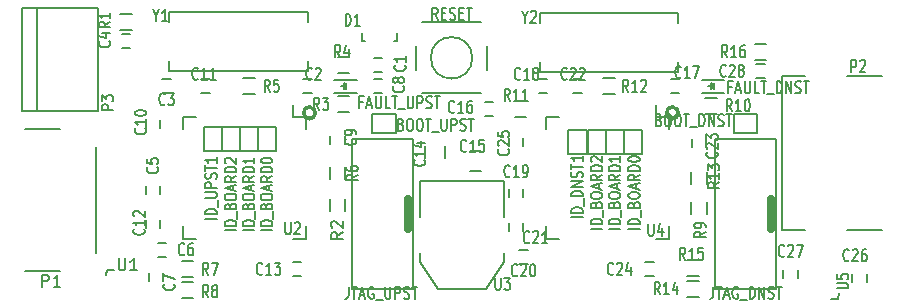
<source format=gto>
G04 #@! TF.FileFunction,Legend,Top*
%FSLAX46Y46*%
G04 Gerber Fmt 4.6, Leading zero omitted, Abs format (unit mm)*
G04 Created by KiCad (PCBNEW (2015-10-16 BZR 6271)-product) date Sun 01 Nov 2015 17:02:17 NZDT*
%MOMM*%
G01*
G04 APERTURE LIST*
%ADD10C,0.100000*%
%ADD11C,0.150000*%
%ADD12C,0.300000*%
%ADD13C,0.700000*%
G04 APERTURE END LIST*
D10*
D11*
X59325000Y14186000D02*
X61325000Y14186000D01*
X61325000Y14186000D02*
X61325000Y15786000D01*
X61325000Y15786000D02*
X59325000Y15786000D01*
X59325000Y15786000D02*
X59325000Y14186000D01*
X28718000Y14186000D02*
X30718000Y14186000D01*
X30718000Y14186000D02*
X30718000Y15786000D01*
X30718000Y15786000D02*
X28718000Y15786000D01*
X28718000Y15786000D02*
X28718000Y14186000D01*
X28860000Y20539000D02*
X29560000Y20539000D01*
X29560000Y19339000D02*
X28860000Y19339000D01*
X22891000Y18761000D02*
X23591000Y18761000D01*
X23591000Y17561000D02*
X22891000Y17561000D01*
X11653000Y17561000D02*
X10953000Y17561000D01*
X10953000Y18761000D02*
X11653000Y18761000D01*
X7524000Y22571000D02*
X8224000Y22571000D01*
X8224000Y21371000D02*
X7524000Y21371000D01*
X9560000Y9048000D02*
X9560000Y9748000D01*
X10760000Y9748000D02*
X10760000Y9048000D01*
X10572000Y4918000D02*
X11272000Y4918000D01*
X11272000Y3718000D02*
X10572000Y3718000D01*
X9814000Y1682000D02*
X9814000Y2382000D01*
X11014000Y2382000D02*
X11014000Y1682000D01*
X28860000Y18761000D02*
X29560000Y18761000D01*
X29560000Y17561000D02*
X28860000Y17561000D01*
X25181000Y13239000D02*
X25181000Y13939000D01*
X26381000Y13939000D02*
X26381000Y13239000D01*
X10760000Y15336000D02*
X10760000Y14636000D01*
X9560000Y14636000D02*
X9560000Y15336000D01*
X14955000Y17561000D02*
X14255000Y17561000D01*
X14255000Y18761000D02*
X14955000Y18761000D01*
X10760000Y6827000D02*
X10760000Y6127000D01*
X9560000Y6127000D02*
X9560000Y6827000D01*
X22002000Y3267000D02*
X22702000Y3267000D01*
X22702000Y2067000D02*
X22002000Y2067000D01*
X33186000Y13073000D02*
X33186000Y12073000D01*
X34886000Y12073000D02*
X34886000Y13073000D01*
X37965000Y12661000D02*
X36965000Y12661000D01*
X36965000Y10961000D02*
X37965000Y10961000D01*
X38958000Y15656000D02*
X38258000Y15656000D01*
X38258000Y16856000D02*
X38958000Y16856000D01*
X54006000Y18761000D02*
X54706000Y18761000D01*
X54706000Y17561000D02*
X54006000Y17561000D01*
X43530000Y17561000D02*
X42830000Y17561000D01*
X42830000Y18761000D02*
X43530000Y18761000D01*
X40294000Y8794000D02*
X40294000Y9494000D01*
X41494000Y9494000D02*
X41494000Y8794000D01*
X41179000Y4283000D02*
X41879000Y4283000D01*
X41879000Y3083000D02*
X41179000Y3083000D01*
X41494000Y6573000D02*
X41494000Y5873000D01*
X40294000Y5873000D02*
X40294000Y6573000D01*
X46451000Y17561000D02*
X45751000Y17561000D01*
X45751000Y18761000D02*
X46451000Y18761000D01*
X55788000Y12985000D02*
X55788000Y13685000D01*
X56988000Y13685000D02*
X56988000Y12985000D01*
X51847000Y3267000D02*
X52547000Y3267000D01*
X52547000Y2067000D02*
X51847000Y2067000D01*
X41494000Y13812000D02*
X41494000Y13112000D01*
X40294000Y13112000D02*
X40294000Y13812000D01*
X69377000Y1555000D02*
X69377000Y2255000D01*
X70577000Y2255000D02*
X70577000Y1555000D01*
X63535000Y1936000D02*
X63535000Y2636000D01*
X64735000Y2636000D02*
X64735000Y1936000D01*
X61945000Y18831000D02*
X61245000Y18831000D01*
X61245000Y20031000D02*
X61945000Y20031000D01*
X28037840Y21955760D02*
X28086100Y21955760D01*
X30836820Y22656800D02*
X30836820Y21955760D01*
X30836820Y21955760D02*
X30587900Y21955760D01*
X28037840Y21955760D02*
X27837180Y21955760D01*
X27837180Y21955760D02*
X27837180Y22656800D01*
X58504000Y18711000D02*
X56604000Y18711000D01*
X58504000Y17611000D02*
X56604000Y17611000D01*
X57604000Y18161000D02*
X57154000Y18161000D01*
X57654000Y17911000D02*
X57654000Y18411000D01*
X57654000Y18161000D02*
X57404000Y17911000D01*
X57404000Y17911000D02*
X57404000Y18411000D01*
X57404000Y18411000D02*
X57654000Y18161000D01*
X27389000Y18711000D02*
X25489000Y18711000D01*
X27389000Y17611000D02*
X25489000Y17611000D01*
X26489000Y18161000D02*
X26039000Y18161000D01*
X26539000Y17911000D02*
X26539000Y18411000D01*
X26539000Y18161000D02*
X26289000Y17911000D01*
X26289000Y17911000D02*
X26289000Y18411000D01*
X26289000Y18411000D02*
X26539000Y18161000D01*
X45301000Y14462000D02*
X45301000Y12462000D01*
X45301000Y12462000D02*
X46901000Y12462000D01*
X46901000Y12462000D02*
X46901000Y14462000D01*
X46901000Y14462000D02*
X45301000Y14462000D01*
X50000000Y14462000D02*
X50000000Y12462000D01*
X50000000Y12462000D02*
X51600000Y12462000D01*
X51600000Y12462000D02*
X51600000Y14462000D01*
X51600000Y14462000D02*
X50000000Y14462000D01*
X48476000Y14462000D02*
X48476000Y12462000D01*
X48476000Y12462000D02*
X50076000Y12462000D01*
X50076000Y12462000D02*
X50076000Y14462000D01*
X50076000Y14462000D02*
X48476000Y14462000D01*
X46952000Y14462000D02*
X46952000Y12462000D01*
X46952000Y12462000D02*
X48552000Y12462000D01*
X48552000Y12462000D02*
X48552000Y14462000D01*
X48552000Y14462000D02*
X46952000Y14462000D01*
X14440000Y14716000D02*
X14440000Y12716000D01*
X14440000Y12716000D02*
X16040000Y12716000D01*
X16040000Y12716000D02*
X16040000Y14716000D01*
X16040000Y14716000D02*
X14440000Y14716000D01*
X19012000Y14716000D02*
X19012000Y12716000D01*
X19012000Y12716000D02*
X20612000Y12716000D01*
X20612000Y12716000D02*
X20612000Y14716000D01*
X20612000Y14716000D02*
X19012000Y14716000D01*
X17488000Y14716000D02*
X17488000Y12716000D01*
X17488000Y12716000D02*
X19088000Y12716000D01*
X19088000Y12716000D02*
X19088000Y14716000D01*
X19088000Y14716000D02*
X17488000Y14716000D01*
X15964000Y14716000D02*
X15964000Y12716000D01*
X15964000Y12716000D02*
X17564000Y12716000D01*
X17564000Y12716000D02*
X17564000Y14716000D01*
X17564000Y14716000D02*
X15964000Y14716000D01*
X2318000Y2509000D02*
X-682000Y2509000D01*
X2318000Y14509000D02*
X-682000Y14509000D01*
X5318000Y4009000D02*
X5318000Y13009000D01*
X68889000Y19017000D02*
X71889000Y19017000D01*
X68889000Y6017000D02*
X71889000Y6017000D01*
X63389000Y9017000D02*
X63389000Y19017000D01*
X63389000Y19017000D02*
X65389000Y19017000D01*
X63389000Y9017000D02*
X63389000Y6017000D01*
X63389000Y6017000D02*
X65389000Y6017000D01*
X8374000Y22947000D02*
X7374000Y22947000D01*
X7374000Y24297000D02*
X8374000Y24297000D01*
X25106000Y7628000D02*
X25106000Y8628000D01*
X26456000Y8628000D02*
X26456000Y7628000D01*
X26789000Y15962000D02*
X25789000Y15962000D01*
X25789000Y17312000D02*
X26789000Y17312000D01*
X26789000Y19264000D02*
X25789000Y19264000D01*
X25789000Y20614000D02*
X26789000Y20614000D01*
X17788000Y18836000D02*
X18788000Y18836000D01*
X18788000Y17486000D02*
X17788000Y17486000D01*
X25106000Y10295000D02*
X25106000Y11295000D01*
X26456000Y11295000D02*
X26456000Y10295000D01*
X13581000Y1992000D02*
X12581000Y1992000D01*
X12581000Y3342000D02*
X13581000Y3342000D01*
X13581000Y214000D02*
X12581000Y214000D01*
X12581000Y1564000D02*
X13581000Y1564000D01*
X55713000Y7374000D02*
X55713000Y8374000D01*
X57063000Y8374000D02*
X57063000Y7374000D01*
X57904000Y15835000D02*
X56904000Y15835000D01*
X56904000Y17185000D02*
X57904000Y17185000D01*
X40775000Y16931000D02*
X41775000Y16931000D01*
X41775000Y15581000D02*
X40775000Y15581000D01*
X48268000Y18836000D02*
X49268000Y18836000D01*
X49268000Y17486000D02*
X48268000Y17486000D01*
X55713000Y9914000D02*
X55713000Y10914000D01*
X57063000Y10914000D02*
X57063000Y9914000D01*
X55380000Y1691000D02*
X56380000Y1691000D01*
X56380000Y341000D02*
X55380000Y341000D01*
X55380000Y3469000D02*
X56380000Y3469000D01*
X56380000Y2119000D02*
X55380000Y2119000D01*
X61095000Y21757000D02*
X62095000Y21757000D01*
X62095000Y20407000D02*
X61095000Y20407000D01*
X32433000Y21574000D02*
X32433000Y19574000D01*
X37933000Y23574000D02*
X32933000Y23574000D01*
X38433000Y19574000D02*
X38433000Y21574000D01*
X32933000Y17574000D02*
X37933000Y17574000D01*
X37188000Y20574000D02*
G75*
G03X37188000Y20574000I-1755000J0D01*
G01*
X6840220Y2600960D02*
X6230620Y2600960D01*
X6230620Y2600960D02*
X6220460Y2169160D01*
X39878000Y7112000D02*
X39878000Y10160000D01*
X39878000Y10160000D02*
X32766000Y10160000D01*
X32766000Y10160000D02*
X32766000Y7112000D01*
X39878000Y4064000D02*
X39878000Y3302000D01*
X39878000Y3302000D02*
X38354000Y1016000D01*
X38354000Y1016000D02*
X34290000Y1016000D01*
X34290000Y1016000D02*
X32766000Y3302000D01*
X32766000Y3302000D02*
X32766000Y4064000D01*
X67581780Y193040D02*
X68191380Y193040D01*
X68191380Y193040D02*
X68201540Y624840D01*
X23248620Y24470360D02*
X11549380Y24470360D01*
X11549380Y19471640D02*
X23248620Y19471640D01*
X11549380Y24470360D02*
X11549380Y23622000D01*
X11549380Y19471640D02*
X11549380Y20320000D01*
X23248620Y24470360D02*
X23248620Y23622000D01*
X23248620Y19471640D02*
X23248620Y20320000D01*
X54617620Y24343360D02*
X42918380Y24343360D01*
X42918380Y19344640D02*
X54617620Y19344640D01*
X42918380Y24343360D02*
X42918380Y23495000D01*
X42918380Y19344640D02*
X42918380Y20193000D01*
X54617620Y24343360D02*
X54617620Y23495000D01*
X54617620Y19344640D02*
X54617620Y20193000D01*
D12*
X23907000Y15914000D02*
G75*
G03X23907000Y15914000I-500000J0D01*
G01*
D11*
X23082000Y15589000D02*
X22007000Y15589000D01*
X23082000Y5239000D02*
X22007000Y5239000D01*
X12732000Y5239000D02*
X13807000Y5239000D01*
X12732000Y15589000D02*
X13807000Y15589000D01*
X23082000Y15589000D02*
X23082000Y14514000D01*
X12732000Y15589000D02*
X12732000Y14514000D01*
X12732000Y5239000D02*
X12732000Y6314000D01*
X23082000Y5239000D02*
X23082000Y6314000D01*
X22007000Y15589000D02*
X22007000Y16614000D01*
D12*
X54641000Y15914000D02*
G75*
G03X54641000Y15914000I-500000J0D01*
G01*
D11*
X53816000Y15589000D02*
X52741000Y15589000D01*
X53816000Y5239000D02*
X52741000Y5239000D01*
X43466000Y5239000D02*
X44541000Y5239000D01*
X43466000Y15589000D02*
X44541000Y15589000D01*
X53816000Y15589000D02*
X53816000Y14514000D01*
X43466000Y15589000D02*
X43466000Y14514000D01*
X43466000Y5239000D02*
X43466000Y6314000D01*
X53816000Y5239000D02*
X53816000Y6314000D01*
X52741000Y15589000D02*
X52741000Y16614000D01*
D13*
X62484000Y6096000D02*
X62484000Y8636000D01*
D11*
X57775000Y13691000D02*
X57775000Y1041000D01*
X57775000Y13691000D02*
X62875000Y13691000D01*
X62875000Y13691000D02*
X62875000Y1041000D01*
X57775000Y1041000D02*
X62875000Y1041000D01*
D13*
X31750000Y6096000D02*
X31750000Y8636000D01*
D11*
X27041000Y13691000D02*
X27041000Y1041000D01*
X27041000Y13691000D02*
X32141000Y13691000D01*
X32141000Y13691000D02*
X32141000Y1041000D01*
X27041000Y1041000D02*
X32141000Y1041000D01*
X-896460Y24797900D02*
X-896460Y16097900D01*
X5508540Y24797900D02*
X5508540Y16097900D01*
X5508540Y16097900D02*
X-896460Y16097900D01*
X333540Y16097900D02*
X333540Y24797900D01*
X-896460Y24797900D02*
X5508540Y24797900D01*
X52984762Y15311429D02*
X53099048Y15263810D01*
X53137143Y15216190D01*
X53175238Y15120952D01*
X53175238Y14978095D01*
X53137143Y14882857D01*
X53099048Y14835238D01*
X53022857Y14787619D01*
X52718095Y14787619D01*
X52718095Y15787619D01*
X52984762Y15787619D01*
X53060952Y15740000D01*
X53099048Y15692381D01*
X53137143Y15597143D01*
X53137143Y15501905D01*
X53099048Y15406667D01*
X53060952Y15359048D01*
X52984762Y15311429D01*
X52718095Y15311429D01*
X53670476Y15787619D02*
X53822857Y15787619D01*
X53899048Y15740000D01*
X53975238Y15644762D01*
X54013333Y15454286D01*
X54013333Y15120952D01*
X53975238Y14930476D01*
X53899048Y14835238D01*
X53822857Y14787619D01*
X53670476Y14787619D01*
X53594286Y14835238D01*
X53518095Y14930476D01*
X53480000Y15120952D01*
X53480000Y15454286D01*
X53518095Y15644762D01*
X53594286Y15740000D01*
X53670476Y15787619D01*
X54508571Y15787619D02*
X54660952Y15787619D01*
X54737143Y15740000D01*
X54813333Y15644762D01*
X54851428Y15454286D01*
X54851428Y15120952D01*
X54813333Y14930476D01*
X54737143Y14835238D01*
X54660952Y14787619D01*
X54508571Y14787619D01*
X54432381Y14835238D01*
X54356190Y14930476D01*
X54318095Y15120952D01*
X54318095Y15454286D01*
X54356190Y15644762D01*
X54432381Y15740000D01*
X54508571Y15787619D01*
X55079999Y15787619D02*
X55537142Y15787619D01*
X55308571Y14787619D02*
X55308571Y15787619D01*
X55613333Y14692381D02*
X56222857Y14692381D01*
X56413333Y14787619D02*
X56413333Y15787619D01*
X56603809Y15787619D01*
X56718095Y15740000D01*
X56794286Y15644762D01*
X56832381Y15549524D01*
X56870476Y15359048D01*
X56870476Y15216190D01*
X56832381Y15025714D01*
X56794286Y14930476D01*
X56718095Y14835238D01*
X56603809Y14787619D01*
X56413333Y14787619D01*
X57213333Y14787619D02*
X57213333Y15787619D01*
X57670476Y14787619D01*
X57670476Y15787619D01*
X58013333Y14835238D02*
X58127619Y14787619D01*
X58318095Y14787619D01*
X58394285Y14835238D01*
X58432381Y14882857D01*
X58470476Y14978095D01*
X58470476Y15073333D01*
X58432381Y15168571D01*
X58394285Y15216190D01*
X58318095Y15263810D01*
X58165714Y15311429D01*
X58089523Y15359048D01*
X58051428Y15406667D01*
X58013333Y15501905D01*
X58013333Y15597143D01*
X58051428Y15692381D01*
X58089523Y15740000D01*
X58165714Y15787619D01*
X58356190Y15787619D01*
X58470476Y15740000D01*
X58699047Y15787619D02*
X59156190Y15787619D01*
X58927619Y14787619D02*
X58927619Y15787619D01*
X31140762Y14930429D02*
X31255048Y14882810D01*
X31293143Y14835190D01*
X31331238Y14739952D01*
X31331238Y14597095D01*
X31293143Y14501857D01*
X31255048Y14454238D01*
X31178857Y14406619D01*
X30874095Y14406619D01*
X30874095Y15406619D01*
X31140762Y15406619D01*
X31216952Y15359000D01*
X31255048Y15311381D01*
X31293143Y15216143D01*
X31293143Y15120905D01*
X31255048Y15025667D01*
X31216952Y14978048D01*
X31140762Y14930429D01*
X30874095Y14930429D01*
X31826476Y15406619D02*
X31978857Y15406619D01*
X32055048Y15359000D01*
X32131238Y15263762D01*
X32169333Y15073286D01*
X32169333Y14739952D01*
X32131238Y14549476D01*
X32055048Y14454238D01*
X31978857Y14406619D01*
X31826476Y14406619D01*
X31750286Y14454238D01*
X31674095Y14549476D01*
X31636000Y14739952D01*
X31636000Y15073286D01*
X31674095Y15263762D01*
X31750286Y15359000D01*
X31826476Y15406619D01*
X32664571Y15406619D02*
X32816952Y15406619D01*
X32893143Y15359000D01*
X32969333Y15263762D01*
X33007428Y15073286D01*
X33007428Y14739952D01*
X32969333Y14549476D01*
X32893143Y14454238D01*
X32816952Y14406619D01*
X32664571Y14406619D01*
X32588381Y14454238D01*
X32512190Y14549476D01*
X32474095Y14739952D01*
X32474095Y15073286D01*
X32512190Y15263762D01*
X32588381Y15359000D01*
X32664571Y15406619D01*
X33235999Y15406619D02*
X33693142Y15406619D01*
X33464571Y14406619D02*
X33464571Y15406619D01*
X33769333Y14311381D02*
X34378857Y14311381D01*
X34569333Y15406619D02*
X34569333Y14597095D01*
X34607428Y14501857D01*
X34645524Y14454238D01*
X34721714Y14406619D01*
X34874095Y14406619D01*
X34950286Y14454238D01*
X34988381Y14501857D01*
X35026476Y14597095D01*
X35026476Y15406619D01*
X35407428Y14406619D02*
X35407428Y15406619D01*
X35712190Y15406619D01*
X35788381Y15359000D01*
X35826476Y15311381D01*
X35864571Y15216143D01*
X35864571Y15073286D01*
X35826476Y14978048D01*
X35788381Y14930429D01*
X35712190Y14882810D01*
X35407428Y14882810D01*
X36169333Y14454238D02*
X36283619Y14406619D01*
X36474095Y14406619D01*
X36550285Y14454238D01*
X36588381Y14501857D01*
X36626476Y14597095D01*
X36626476Y14692333D01*
X36588381Y14787571D01*
X36550285Y14835190D01*
X36474095Y14882810D01*
X36321714Y14930429D01*
X36245523Y14978048D01*
X36207428Y15025667D01*
X36169333Y15120905D01*
X36169333Y15216143D01*
X36207428Y15311381D01*
X36245523Y15359000D01*
X36321714Y15406619D01*
X36512190Y15406619D01*
X36626476Y15359000D01*
X36855047Y15406619D02*
X37312190Y15406619D01*
X37083619Y14406619D02*
X37083619Y15406619D01*
X31472143Y19932667D02*
X31519762Y19894572D01*
X31567381Y19780286D01*
X31567381Y19704096D01*
X31519762Y19589810D01*
X31424524Y19513619D01*
X31329286Y19475524D01*
X31138810Y19437429D01*
X30995952Y19437429D01*
X30805476Y19475524D01*
X30710238Y19513619D01*
X30615000Y19589810D01*
X30567381Y19704096D01*
X30567381Y19780286D01*
X30615000Y19894572D01*
X30662619Y19932667D01*
X31567381Y20694572D02*
X31567381Y20237429D01*
X31567381Y20466000D02*
X30567381Y20466000D01*
X30710238Y20389810D01*
X30805476Y20313619D01*
X30853095Y20237429D01*
X23615667Y18819857D02*
X23577572Y18772238D01*
X23463286Y18724619D01*
X23387096Y18724619D01*
X23272810Y18772238D01*
X23196619Y18867476D01*
X23158524Y18962714D01*
X23120429Y19153190D01*
X23120429Y19296048D01*
X23158524Y19486524D01*
X23196619Y19581762D01*
X23272810Y19677000D01*
X23387096Y19724619D01*
X23463286Y19724619D01*
X23577572Y19677000D01*
X23615667Y19629381D01*
X23920429Y19629381D02*
X23958524Y19677000D01*
X24034715Y19724619D01*
X24225191Y19724619D01*
X24301381Y19677000D01*
X24339477Y19629381D01*
X24377572Y19534143D01*
X24377572Y19438905D01*
X24339477Y19296048D01*
X23882334Y18724619D01*
X24377572Y18724619D01*
X11169667Y16660857D02*
X11131572Y16613238D01*
X11017286Y16565619D01*
X10941096Y16565619D01*
X10826810Y16613238D01*
X10750619Y16708476D01*
X10712524Y16803714D01*
X10674429Y16994190D01*
X10674429Y17137048D01*
X10712524Y17327524D01*
X10750619Y17422762D01*
X10826810Y17518000D01*
X10941096Y17565619D01*
X11017286Y17565619D01*
X11131572Y17518000D01*
X11169667Y17470381D01*
X11436334Y17565619D02*
X11931572Y17565619D01*
X11664905Y17184667D01*
X11779191Y17184667D01*
X11855381Y17137048D01*
X11893477Y17089429D01*
X11931572Y16994190D01*
X11931572Y16756095D01*
X11893477Y16660857D01*
X11855381Y16613238D01*
X11779191Y16565619D01*
X11550619Y16565619D01*
X11474429Y16613238D01*
X11436334Y16660857D01*
X6453143Y21964667D02*
X6500762Y21926572D01*
X6548381Y21812286D01*
X6548381Y21736096D01*
X6500762Y21621810D01*
X6405524Y21545619D01*
X6310286Y21507524D01*
X6119810Y21469429D01*
X5976952Y21469429D01*
X5786476Y21507524D01*
X5691238Y21545619D01*
X5596000Y21621810D01*
X5548381Y21736096D01*
X5548381Y21812286D01*
X5596000Y21926572D01*
X5643619Y21964667D01*
X5881714Y22650381D02*
X6548381Y22650381D01*
X5500762Y22459905D02*
X6215048Y22269429D01*
X6215048Y22764667D01*
X10517143Y11296667D02*
X10564762Y11258572D01*
X10612381Y11144286D01*
X10612381Y11068096D01*
X10564762Y10953810D01*
X10469524Y10877619D01*
X10374286Y10839524D01*
X10183810Y10801429D01*
X10040952Y10801429D01*
X9850476Y10839524D01*
X9755238Y10877619D01*
X9660000Y10953810D01*
X9612381Y11068096D01*
X9612381Y11144286D01*
X9660000Y11258572D01*
X9707619Y11296667D01*
X9612381Y12020477D02*
X9612381Y11639524D01*
X10088571Y11601429D01*
X10040952Y11639524D01*
X9993333Y11715715D01*
X9993333Y11906191D01*
X10040952Y11982381D01*
X10088571Y12020477D01*
X10183810Y12058572D01*
X10421905Y12058572D01*
X10517143Y12020477D01*
X10564762Y11982381D01*
X10612381Y11906191D01*
X10612381Y11715715D01*
X10564762Y11639524D01*
X10517143Y11601429D01*
X12820667Y3960857D02*
X12782572Y3913238D01*
X12668286Y3865619D01*
X12592096Y3865619D01*
X12477810Y3913238D01*
X12401619Y4008476D01*
X12363524Y4103714D01*
X12325429Y4294190D01*
X12325429Y4437048D01*
X12363524Y4627524D01*
X12401619Y4722762D01*
X12477810Y4818000D01*
X12592096Y4865619D01*
X12668286Y4865619D01*
X12782572Y4818000D01*
X12820667Y4770381D01*
X13506381Y4865619D02*
X13354000Y4865619D01*
X13277810Y4818000D01*
X13239715Y4770381D01*
X13163524Y4627524D01*
X13125429Y4437048D01*
X13125429Y4056095D01*
X13163524Y3960857D01*
X13201619Y3913238D01*
X13277810Y3865619D01*
X13430191Y3865619D01*
X13506381Y3913238D01*
X13544477Y3960857D01*
X13582572Y4056095D01*
X13582572Y4294190D01*
X13544477Y4389429D01*
X13506381Y4437048D01*
X13430191Y4484667D01*
X13277810Y4484667D01*
X13201619Y4437048D01*
X13163524Y4389429D01*
X13125429Y4294190D01*
X11914143Y1390667D02*
X11961762Y1352572D01*
X12009381Y1238286D01*
X12009381Y1162096D01*
X11961762Y1047810D01*
X11866524Y971619D01*
X11771286Y933524D01*
X11580810Y895429D01*
X11437952Y895429D01*
X11247476Y933524D01*
X11152238Y971619D01*
X11057000Y1047810D01*
X11009381Y1162096D01*
X11009381Y1238286D01*
X11057000Y1352572D01*
X11104619Y1390667D01*
X11009381Y1657334D02*
X11009381Y2190667D01*
X12009381Y1847810D01*
X31345143Y18154667D02*
X31392762Y18116572D01*
X31440381Y18002286D01*
X31440381Y17926096D01*
X31392762Y17811810D01*
X31297524Y17735619D01*
X31202286Y17697524D01*
X31011810Y17659429D01*
X30868952Y17659429D01*
X30678476Y17697524D01*
X30583238Y17735619D01*
X30488000Y17811810D01*
X30440381Y17926096D01*
X30440381Y18002286D01*
X30488000Y18116572D01*
X30535619Y18154667D01*
X30868952Y18611810D02*
X30821333Y18535619D01*
X30773714Y18497524D01*
X30678476Y18459429D01*
X30630857Y18459429D01*
X30535619Y18497524D01*
X30488000Y18535619D01*
X30440381Y18611810D01*
X30440381Y18764191D01*
X30488000Y18840381D01*
X30535619Y18878477D01*
X30630857Y18916572D01*
X30678476Y18916572D01*
X30773714Y18878477D01*
X30821333Y18840381D01*
X30868952Y18764191D01*
X30868952Y18611810D01*
X30916571Y18535619D01*
X30964190Y18497524D01*
X31059429Y18459429D01*
X31249905Y18459429D01*
X31345143Y18497524D01*
X31392762Y18535619D01*
X31440381Y18611810D01*
X31440381Y18764191D01*
X31392762Y18840381D01*
X31345143Y18878477D01*
X31249905Y18916572D01*
X31059429Y18916572D01*
X30964190Y18878477D01*
X30916571Y18840381D01*
X30868952Y18764191D01*
X27281143Y13709667D02*
X27328762Y13671572D01*
X27376381Y13557286D01*
X27376381Y13481096D01*
X27328762Y13366810D01*
X27233524Y13290619D01*
X27138286Y13252524D01*
X26947810Y13214429D01*
X26804952Y13214429D01*
X26614476Y13252524D01*
X26519238Y13290619D01*
X26424000Y13366810D01*
X26376381Y13481096D01*
X26376381Y13557286D01*
X26424000Y13671572D01*
X26471619Y13709667D01*
X27376381Y14090619D02*
X27376381Y14243000D01*
X27328762Y14319191D01*
X27281143Y14357286D01*
X27138286Y14433477D01*
X26947810Y14471572D01*
X26566857Y14471572D01*
X26471619Y14433477D01*
X26424000Y14395381D01*
X26376381Y14319191D01*
X26376381Y14166810D01*
X26424000Y14090619D01*
X26471619Y14052524D01*
X26566857Y14014429D01*
X26804952Y14014429D01*
X26900190Y14052524D01*
X26947810Y14090619D01*
X26995429Y14166810D01*
X26995429Y14319191D01*
X26947810Y14395381D01*
X26900190Y14433477D01*
X26804952Y14471572D01*
X9501143Y14598714D02*
X9548762Y14560619D01*
X9596381Y14446333D01*
X9596381Y14370143D01*
X9548762Y14255857D01*
X9453524Y14179666D01*
X9358286Y14141571D01*
X9167810Y14103476D01*
X9024952Y14103476D01*
X8834476Y14141571D01*
X8739238Y14179666D01*
X8644000Y14255857D01*
X8596381Y14370143D01*
X8596381Y14446333D01*
X8644000Y14560619D01*
X8691619Y14598714D01*
X9596381Y15360619D02*
X9596381Y14903476D01*
X9596381Y15132047D02*
X8596381Y15132047D01*
X8739238Y15055857D01*
X8834476Y14979666D01*
X8882095Y14903476D01*
X8596381Y15855857D02*
X8596381Y15932048D01*
X8644000Y16008238D01*
X8691619Y16046333D01*
X8786857Y16084429D01*
X8977333Y16122524D01*
X9215429Y16122524D01*
X9405905Y16084429D01*
X9501143Y16046333D01*
X9548762Y16008238D01*
X9596381Y15932048D01*
X9596381Y15855857D01*
X9548762Y15779667D01*
X9501143Y15741571D01*
X9405905Y15703476D01*
X9215429Y15665381D01*
X8977333Y15665381D01*
X8786857Y15703476D01*
X8691619Y15741571D01*
X8644000Y15779667D01*
X8596381Y15855857D01*
X13963714Y18819857D02*
X13925619Y18772238D01*
X13811333Y18724619D01*
X13735143Y18724619D01*
X13620857Y18772238D01*
X13544666Y18867476D01*
X13506571Y18962714D01*
X13468476Y19153190D01*
X13468476Y19296048D01*
X13506571Y19486524D01*
X13544666Y19581762D01*
X13620857Y19677000D01*
X13735143Y19724619D01*
X13811333Y19724619D01*
X13925619Y19677000D01*
X13963714Y19629381D01*
X14725619Y18724619D02*
X14268476Y18724619D01*
X14497047Y18724619D02*
X14497047Y19724619D01*
X14420857Y19581762D01*
X14344666Y19486524D01*
X14268476Y19438905D01*
X15487524Y18724619D02*
X15030381Y18724619D01*
X15258952Y18724619D02*
X15258952Y19724619D01*
X15182762Y19581762D01*
X15106571Y19486524D01*
X15030381Y19438905D01*
X9374143Y6089714D02*
X9421762Y6051619D01*
X9469381Y5937333D01*
X9469381Y5861143D01*
X9421762Y5746857D01*
X9326524Y5670666D01*
X9231286Y5632571D01*
X9040810Y5594476D01*
X8897952Y5594476D01*
X8707476Y5632571D01*
X8612238Y5670666D01*
X8517000Y5746857D01*
X8469381Y5861143D01*
X8469381Y5937333D01*
X8517000Y6051619D01*
X8564619Y6089714D01*
X9469381Y6851619D02*
X9469381Y6394476D01*
X9469381Y6623047D02*
X8469381Y6623047D01*
X8612238Y6546857D01*
X8707476Y6470666D01*
X8755095Y6394476D01*
X8564619Y7156381D02*
X8517000Y7194476D01*
X8469381Y7270667D01*
X8469381Y7461143D01*
X8517000Y7537333D01*
X8564619Y7575429D01*
X8659857Y7613524D01*
X8755095Y7613524D01*
X8897952Y7575429D01*
X9469381Y7118286D01*
X9469381Y7613524D01*
X19424714Y2309857D02*
X19386619Y2262238D01*
X19272333Y2214619D01*
X19196143Y2214619D01*
X19081857Y2262238D01*
X19005666Y2357476D01*
X18967571Y2452714D01*
X18929476Y2643190D01*
X18929476Y2786048D01*
X18967571Y2976524D01*
X19005666Y3071762D01*
X19081857Y3167000D01*
X19196143Y3214619D01*
X19272333Y3214619D01*
X19386619Y3167000D01*
X19424714Y3119381D01*
X20186619Y2214619D02*
X19729476Y2214619D01*
X19958047Y2214619D02*
X19958047Y3214619D01*
X19881857Y3071762D01*
X19805666Y2976524D01*
X19729476Y2928905D01*
X20453286Y3214619D02*
X20948524Y3214619D01*
X20681857Y2833667D01*
X20796143Y2833667D01*
X20872333Y2786048D01*
X20910429Y2738429D01*
X20948524Y2643190D01*
X20948524Y2405095D01*
X20910429Y2309857D01*
X20872333Y2262238D01*
X20796143Y2214619D01*
X20567571Y2214619D01*
X20491381Y2262238D01*
X20453286Y2309857D01*
X33123143Y11931714D02*
X33170762Y11893619D01*
X33218381Y11779333D01*
X33218381Y11703143D01*
X33170762Y11588857D01*
X33075524Y11512666D01*
X32980286Y11474571D01*
X32789810Y11436476D01*
X32646952Y11436476D01*
X32456476Y11474571D01*
X32361238Y11512666D01*
X32266000Y11588857D01*
X32218381Y11703143D01*
X32218381Y11779333D01*
X32266000Y11893619D01*
X32313619Y11931714D01*
X33218381Y12693619D02*
X33218381Y12236476D01*
X33218381Y12465047D02*
X32218381Y12465047D01*
X32361238Y12388857D01*
X32456476Y12312666D01*
X32504095Y12236476D01*
X32551714Y13379333D02*
X33218381Y13379333D01*
X32170762Y13188857D02*
X32885048Y12998381D01*
X32885048Y13493619D01*
X36696714Y12723857D02*
X36658619Y12676238D01*
X36544333Y12628619D01*
X36468143Y12628619D01*
X36353857Y12676238D01*
X36277666Y12771476D01*
X36239571Y12866714D01*
X36201476Y13057190D01*
X36201476Y13200048D01*
X36239571Y13390524D01*
X36277666Y13485762D01*
X36353857Y13581000D01*
X36468143Y13628619D01*
X36544333Y13628619D01*
X36658619Y13581000D01*
X36696714Y13533381D01*
X37458619Y12628619D02*
X37001476Y12628619D01*
X37230047Y12628619D02*
X37230047Y13628619D01*
X37153857Y13485762D01*
X37077666Y13390524D01*
X37001476Y13342905D01*
X38182429Y13628619D02*
X37801476Y13628619D01*
X37763381Y13152429D01*
X37801476Y13200048D01*
X37877667Y13247667D01*
X38068143Y13247667D01*
X38144333Y13200048D01*
X38182429Y13152429D01*
X38220524Y13057190D01*
X38220524Y12819095D01*
X38182429Y12723857D01*
X38144333Y12676238D01*
X38068143Y12628619D01*
X37877667Y12628619D01*
X37801476Y12676238D01*
X37763381Y12723857D01*
X35680714Y16025857D02*
X35642619Y15978238D01*
X35528333Y15930619D01*
X35452143Y15930619D01*
X35337857Y15978238D01*
X35261666Y16073476D01*
X35223571Y16168714D01*
X35185476Y16359190D01*
X35185476Y16502048D01*
X35223571Y16692524D01*
X35261666Y16787762D01*
X35337857Y16883000D01*
X35452143Y16930619D01*
X35528333Y16930619D01*
X35642619Y16883000D01*
X35680714Y16835381D01*
X36442619Y15930619D02*
X35985476Y15930619D01*
X36214047Y15930619D02*
X36214047Y16930619D01*
X36137857Y16787762D01*
X36061666Y16692524D01*
X35985476Y16644905D01*
X37128333Y16930619D02*
X36975952Y16930619D01*
X36899762Y16883000D01*
X36861667Y16835381D01*
X36785476Y16692524D01*
X36747381Y16502048D01*
X36747381Y16121095D01*
X36785476Y16025857D01*
X36823571Y15978238D01*
X36899762Y15930619D01*
X37052143Y15930619D01*
X37128333Y15978238D01*
X37166429Y16025857D01*
X37204524Y16121095D01*
X37204524Y16359190D01*
X37166429Y16454429D01*
X37128333Y16502048D01*
X37052143Y16549667D01*
X36899762Y16549667D01*
X36823571Y16502048D01*
X36785476Y16454429D01*
X36747381Y16359190D01*
X54857714Y18946857D02*
X54819619Y18899238D01*
X54705333Y18851619D01*
X54629143Y18851619D01*
X54514857Y18899238D01*
X54438666Y18994476D01*
X54400571Y19089714D01*
X54362476Y19280190D01*
X54362476Y19423048D01*
X54400571Y19613524D01*
X54438666Y19708762D01*
X54514857Y19804000D01*
X54629143Y19851619D01*
X54705333Y19851619D01*
X54819619Y19804000D01*
X54857714Y19756381D01*
X55619619Y18851619D02*
X55162476Y18851619D01*
X55391047Y18851619D02*
X55391047Y19851619D01*
X55314857Y19708762D01*
X55238666Y19613524D01*
X55162476Y19565905D01*
X55886286Y19851619D02*
X56419619Y19851619D01*
X56076762Y18851619D01*
X41268714Y18819857D02*
X41230619Y18772238D01*
X41116333Y18724619D01*
X41040143Y18724619D01*
X40925857Y18772238D01*
X40849666Y18867476D01*
X40811571Y18962714D01*
X40773476Y19153190D01*
X40773476Y19296048D01*
X40811571Y19486524D01*
X40849666Y19581762D01*
X40925857Y19677000D01*
X41040143Y19724619D01*
X41116333Y19724619D01*
X41230619Y19677000D01*
X41268714Y19629381D01*
X42030619Y18724619D02*
X41573476Y18724619D01*
X41802047Y18724619D02*
X41802047Y19724619D01*
X41725857Y19581762D01*
X41649666Y19486524D01*
X41573476Y19438905D01*
X42487762Y19296048D02*
X42411571Y19343667D01*
X42373476Y19391286D01*
X42335381Y19486524D01*
X42335381Y19534143D01*
X42373476Y19629381D01*
X42411571Y19677000D01*
X42487762Y19724619D01*
X42640143Y19724619D01*
X42716333Y19677000D01*
X42754429Y19629381D01*
X42792524Y19534143D01*
X42792524Y19486524D01*
X42754429Y19391286D01*
X42716333Y19343667D01*
X42640143Y19296048D01*
X42487762Y19296048D01*
X42411571Y19248429D01*
X42373476Y19200810D01*
X42335381Y19105571D01*
X42335381Y18915095D01*
X42373476Y18819857D01*
X42411571Y18772238D01*
X42487762Y18724619D01*
X42640143Y18724619D01*
X42716333Y18772238D01*
X42754429Y18819857D01*
X42792524Y18915095D01*
X42792524Y19105571D01*
X42754429Y19200810D01*
X42716333Y19248429D01*
X42640143Y19296048D01*
X40379714Y10564857D02*
X40341619Y10517238D01*
X40227333Y10469619D01*
X40151143Y10469619D01*
X40036857Y10517238D01*
X39960666Y10612476D01*
X39922571Y10707714D01*
X39884476Y10898190D01*
X39884476Y11041048D01*
X39922571Y11231524D01*
X39960666Y11326762D01*
X40036857Y11422000D01*
X40151143Y11469619D01*
X40227333Y11469619D01*
X40341619Y11422000D01*
X40379714Y11374381D01*
X41141619Y10469619D02*
X40684476Y10469619D01*
X40913047Y10469619D02*
X40913047Y11469619D01*
X40836857Y11326762D01*
X40760666Y11231524D01*
X40684476Y11183905D01*
X41522571Y10469619D02*
X41674952Y10469619D01*
X41751143Y10517238D01*
X41789238Y10564857D01*
X41865429Y10707714D01*
X41903524Y10898190D01*
X41903524Y11279143D01*
X41865429Y11374381D01*
X41827333Y11422000D01*
X41751143Y11469619D01*
X41598762Y11469619D01*
X41522571Y11422000D01*
X41484476Y11374381D01*
X41446381Y11279143D01*
X41446381Y11041048D01*
X41484476Y10945810D01*
X41522571Y10898190D01*
X41598762Y10850571D01*
X41751143Y10850571D01*
X41827333Y10898190D01*
X41865429Y10945810D01*
X41903524Y11041048D01*
X41014714Y2182857D02*
X40976619Y2135238D01*
X40862333Y2087619D01*
X40786143Y2087619D01*
X40671857Y2135238D01*
X40595666Y2230476D01*
X40557571Y2325714D01*
X40519476Y2516190D01*
X40519476Y2659048D01*
X40557571Y2849524D01*
X40595666Y2944762D01*
X40671857Y3040000D01*
X40786143Y3087619D01*
X40862333Y3087619D01*
X40976619Y3040000D01*
X41014714Y2992381D01*
X41319476Y2992381D02*
X41357571Y3040000D01*
X41433762Y3087619D01*
X41624238Y3087619D01*
X41700428Y3040000D01*
X41738524Y2992381D01*
X41776619Y2897143D01*
X41776619Y2801905D01*
X41738524Y2659048D01*
X41281381Y2087619D01*
X41776619Y2087619D01*
X42271857Y3087619D02*
X42348048Y3087619D01*
X42424238Y3040000D01*
X42462333Y2992381D01*
X42500429Y2897143D01*
X42538524Y2706667D01*
X42538524Y2468571D01*
X42500429Y2278095D01*
X42462333Y2182857D01*
X42424238Y2135238D01*
X42348048Y2087619D01*
X42271857Y2087619D01*
X42195667Y2135238D01*
X42157571Y2182857D01*
X42119476Y2278095D01*
X42081381Y2468571D01*
X42081381Y2706667D01*
X42119476Y2897143D01*
X42157571Y2992381D01*
X42195667Y3040000D01*
X42271857Y3087619D01*
X42030714Y4976857D02*
X41992619Y4929238D01*
X41878333Y4881619D01*
X41802143Y4881619D01*
X41687857Y4929238D01*
X41611666Y5024476D01*
X41573571Y5119714D01*
X41535476Y5310190D01*
X41535476Y5453048D01*
X41573571Y5643524D01*
X41611666Y5738762D01*
X41687857Y5834000D01*
X41802143Y5881619D01*
X41878333Y5881619D01*
X41992619Y5834000D01*
X42030714Y5786381D01*
X42335476Y5786381D02*
X42373571Y5834000D01*
X42449762Y5881619D01*
X42640238Y5881619D01*
X42716428Y5834000D01*
X42754524Y5786381D01*
X42792619Y5691143D01*
X42792619Y5595905D01*
X42754524Y5453048D01*
X42297381Y4881619D01*
X42792619Y4881619D01*
X43554524Y4881619D02*
X43097381Y4881619D01*
X43325952Y4881619D02*
X43325952Y5881619D01*
X43249762Y5738762D01*
X43173571Y5643524D01*
X43097381Y5595905D01*
X45205714Y18819857D02*
X45167619Y18772238D01*
X45053333Y18724619D01*
X44977143Y18724619D01*
X44862857Y18772238D01*
X44786666Y18867476D01*
X44748571Y18962714D01*
X44710476Y19153190D01*
X44710476Y19296048D01*
X44748571Y19486524D01*
X44786666Y19581762D01*
X44862857Y19677000D01*
X44977143Y19724619D01*
X45053333Y19724619D01*
X45167619Y19677000D01*
X45205714Y19629381D01*
X45510476Y19629381D02*
X45548571Y19677000D01*
X45624762Y19724619D01*
X45815238Y19724619D01*
X45891428Y19677000D01*
X45929524Y19629381D01*
X45967619Y19534143D01*
X45967619Y19438905D01*
X45929524Y19296048D01*
X45472381Y18724619D01*
X45967619Y18724619D01*
X46272381Y19629381D02*
X46310476Y19677000D01*
X46386667Y19724619D01*
X46577143Y19724619D01*
X46653333Y19677000D01*
X46691429Y19629381D01*
X46729524Y19534143D01*
X46729524Y19438905D01*
X46691429Y19296048D01*
X46234286Y18724619D01*
X46729524Y18724619D01*
X57888143Y12566714D02*
X57935762Y12528619D01*
X57983381Y12414333D01*
X57983381Y12338143D01*
X57935762Y12223857D01*
X57840524Y12147666D01*
X57745286Y12109571D01*
X57554810Y12071476D01*
X57411952Y12071476D01*
X57221476Y12109571D01*
X57126238Y12147666D01*
X57031000Y12223857D01*
X56983381Y12338143D01*
X56983381Y12414333D01*
X57031000Y12528619D01*
X57078619Y12566714D01*
X57078619Y12871476D02*
X57031000Y12909571D01*
X56983381Y12985762D01*
X56983381Y13176238D01*
X57031000Y13252428D01*
X57078619Y13290524D01*
X57173857Y13328619D01*
X57269095Y13328619D01*
X57411952Y13290524D01*
X57983381Y12833381D01*
X57983381Y13328619D01*
X56983381Y13595286D02*
X56983381Y14090524D01*
X57364333Y13823857D01*
X57364333Y13938143D01*
X57411952Y14014333D01*
X57459571Y14052429D01*
X57554810Y14090524D01*
X57792905Y14090524D01*
X57888143Y14052429D01*
X57935762Y14014333D01*
X57983381Y13938143D01*
X57983381Y13709571D01*
X57935762Y13633381D01*
X57888143Y13595286D01*
X49142714Y2309857D02*
X49104619Y2262238D01*
X48990333Y2214619D01*
X48914143Y2214619D01*
X48799857Y2262238D01*
X48723666Y2357476D01*
X48685571Y2452714D01*
X48647476Y2643190D01*
X48647476Y2786048D01*
X48685571Y2976524D01*
X48723666Y3071762D01*
X48799857Y3167000D01*
X48914143Y3214619D01*
X48990333Y3214619D01*
X49104619Y3167000D01*
X49142714Y3119381D01*
X49447476Y3119381D02*
X49485571Y3167000D01*
X49561762Y3214619D01*
X49752238Y3214619D01*
X49828428Y3167000D01*
X49866524Y3119381D01*
X49904619Y3024143D01*
X49904619Y2928905D01*
X49866524Y2786048D01*
X49409381Y2214619D01*
X49904619Y2214619D01*
X50590333Y2881286D02*
X50590333Y2214619D01*
X50399857Y3262238D02*
X50209381Y2547952D01*
X50704619Y2547952D01*
X40235143Y12820714D02*
X40282762Y12782619D01*
X40330381Y12668333D01*
X40330381Y12592143D01*
X40282762Y12477857D01*
X40187524Y12401666D01*
X40092286Y12363571D01*
X39901810Y12325476D01*
X39758952Y12325476D01*
X39568476Y12363571D01*
X39473238Y12401666D01*
X39378000Y12477857D01*
X39330381Y12592143D01*
X39330381Y12668333D01*
X39378000Y12782619D01*
X39425619Y12820714D01*
X39425619Y13125476D02*
X39378000Y13163571D01*
X39330381Y13239762D01*
X39330381Y13430238D01*
X39378000Y13506428D01*
X39425619Y13544524D01*
X39520857Y13582619D01*
X39616095Y13582619D01*
X39758952Y13544524D01*
X40330381Y13087381D01*
X40330381Y13582619D01*
X39330381Y14306429D02*
X39330381Y13925476D01*
X39806571Y13887381D01*
X39758952Y13925476D01*
X39711333Y14001667D01*
X39711333Y14192143D01*
X39758952Y14268333D01*
X39806571Y14306429D01*
X39901810Y14344524D01*
X40139905Y14344524D01*
X40235143Y14306429D01*
X40282762Y14268333D01*
X40330381Y14192143D01*
X40330381Y14001667D01*
X40282762Y13925476D01*
X40235143Y13887381D01*
X69081714Y3452857D02*
X69043619Y3405238D01*
X68929333Y3357619D01*
X68853143Y3357619D01*
X68738857Y3405238D01*
X68662666Y3500476D01*
X68624571Y3595714D01*
X68586476Y3786190D01*
X68586476Y3929048D01*
X68624571Y4119524D01*
X68662666Y4214762D01*
X68738857Y4310000D01*
X68853143Y4357619D01*
X68929333Y4357619D01*
X69043619Y4310000D01*
X69081714Y4262381D01*
X69386476Y4262381D02*
X69424571Y4310000D01*
X69500762Y4357619D01*
X69691238Y4357619D01*
X69767428Y4310000D01*
X69805524Y4262381D01*
X69843619Y4167143D01*
X69843619Y4071905D01*
X69805524Y3929048D01*
X69348381Y3357619D01*
X69843619Y3357619D01*
X70529333Y4357619D02*
X70376952Y4357619D01*
X70300762Y4310000D01*
X70262667Y4262381D01*
X70186476Y4119524D01*
X70148381Y3929048D01*
X70148381Y3548095D01*
X70186476Y3452857D01*
X70224571Y3405238D01*
X70300762Y3357619D01*
X70453143Y3357619D01*
X70529333Y3405238D01*
X70567429Y3452857D01*
X70605524Y3548095D01*
X70605524Y3786190D01*
X70567429Y3881429D01*
X70529333Y3929048D01*
X70453143Y3976667D01*
X70300762Y3976667D01*
X70224571Y3929048D01*
X70186476Y3881429D01*
X70148381Y3786190D01*
X63620714Y3833857D02*
X63582619Y3786238D01*
X63468333Y3738619D01*
X63392143Y3738619D01*
X63277857Y3786238D01*
X63201666Y3881476D01*
X63163571Y3976714D01*
X63125476Y4167190D01*
X63125476Y4310048D01*
X63163571Y4500524D01*
X63201666Y4595762D01*
X63277857Y4691000D01*
X63392143Y4738619D01*
X63468333Y4738619D01*
X63582619Y4691000D01*
X63620714Y4643381D01*
X63925476Y4643381D02*
X63963571Y4691000D01*
X64039762Y4738619D01*
X64230238Y4738619D01*
X64306428Y4691000D01*
X64344524Y4643381D01*
X64382619Y4548143D01*
X64382619Y4452905D01*
X64344524Y4310048D01*
X63887381Y3738619D01*
X64382619Y3738619D01*
X64649286Y4738619D02*
X65182619Y4738619D01*
X64839762Y3738619D01*
X58667714Y19073857D02*
X58629619Y19026238D01*
X58515333Y18978619D01*
X58439143Y18978619D01*
X58324857Y19026238D01*
X58248666Y19121476D01*
X58210571Y19216714D01*
X58172476Y19407190D01*
X58172476Y19550048D01*
X58210571Y19740524D01*
X58248666Y19835762D01*
X58324857Y19931000D01*
X58439143Y19978619D01*
X58515333Y19978619D01*
X58629619Y19931000D01*
X58667714Y19883381D01*
X58972476Y19883381D02*
X59010571Y19931000D01*
X59086762Y19978619D01*
X59277238Y19978619D01*
X59353428Y19931000D01*
X59391524Y19883381D01*
X59429619Y19788143D01*
X59429619Y19692905D01*
X59391524Y19550048D01*
X58934381Y18978619D01*
X59429619Y18978619D01*
X59886762Y19550048D02*
X59810571Y19597667D01*
X59772476Y19645286D01*
X59734381Y19740524D01*
X59734381Y19788143D01*
X59772476Y19883381D01*
X59810571Y19931000D01*
X59886762Y19978619D01*
X60039143Y19978619D01*
X60115333Y19931000D01*
X60153429Y19883381D01*
X60191524Y19788143D01*
X60191524Y19740524D01*
X60153429Y19645286D01*
X60115333Y19597667D01*
X60039143Y19550048D01*
X59886762Y19550048D01*
X59810571Y19502429D01*
X59772476Y19454810D01*
X59734381Y19359571D01*
X59734381Y19169095D01*
X59772476Y19073857D01*
X59810571Y19026238D01*
X59886762Y18978619D01*
X60039143Y18978619D01*
X60115333Y19026238D01*
X60153429Y19073857D01*
X60191524Y19169095D01*
X60191524Y19359571D01*
X60153429Y19454810D01*
X60115333Y19502429D01*
X60039143Y19550048D01*
X26460524Y23296619D02*
X26460524Y24296619D01*
X26651000Y24296619D01*
X26765286Y24249000D01*
X26841477Y24153762D01*
X26879572Y24058524D01*
X26917667Y23868048D01*
X26917667Y23725190D01*
X26879572Y23534714D01*
X26841477Y23439476D01*
X26765286Y23344238D01*
X26651000Y23296619D01*
X26460524Y23296619D01*
X27679572Y23296619D02*
X27222429Y23296619D01*
X27451000Y23296619D02*
X27451000Y24296619D01*
X27374810Y24153762D01*
X27298619Y24058524D01*
X27222429Y24010905D01*
X59144286Y18105429D02*
X58877619Y18105429D01*
X58877619Y17581619D02*
X58877619Y18581619D01*
X59258572Y18581619D01*
X59525238Y17867333D02*
X59906190Y17867333D01*
X59449047Y17581619D02*
X59715714Y18581619D01*
X59982381Y17581619D01*
X60249047Y18581619D02*
X60249047Y17772095D01*
X60287142Y17676857D01*
X60325238Y17629238D01*
X60401428Y17581619D01*
X60553809Y17581619D01*
X60630000Y17629238D01*
X60668095Y17676857D01*
X60706190Y17772095D01*
X60706190Y18581619D01*
X61468095Y17581619D02*
X61087142Y17581619D01*
X61087142Y18581619D01*
X61620475Y18581619D02*
X62077618Y18581619D01*
X61849047Y17581619D02*
X61849047Y18581619D01*
X62153809Y17486381D02*
X62763333Y17486381D01*
X62953809Y17581619D02*
X62953809Y18581619D01*
X63144285Y18581619D01*
X63258571Y18534000D01*
X63334762Y18438762D01*
X63372857Y18343524D01*
X63410952Y18153048D01*
X63410952Y18010190D01*
X63372857Y17819714D01*
X63334762Y17724476D01*
X63258571Y17629238D01*
X63144285Y17581619D01*
X62953809Y17581619D01*
X63753809Y17581619D02*
X63753809Y18581619D01*
X64210952Y17581619D01*
X64210952Y18581619D01*
X64553809Y17629238D02*
X64668095Y17581619D01*
X64858571Y17581619D01*
X64934761Y17629238D01*
X64972857Y17676857D01*
X65010952Y17772095D01*
X65010952Y17867333D01*
X64972857Y17962571D01*
X64934761Y18010190D01*
X64858571Y18057810D01*
X64706190Y18105429D01*
X64629999Y18153048D01*
X64591904Y18200667D01*
X64553809Y18295905D01*
X64553809Y18391143D01*
X64591904Y18486381D01*
X64629999Y18534000D01*
X64706190Y18581619D01*
X64896666Y18581619D01*
X65010952Y18534000D01*
X65239523Y18581619D02*
X65696666Y18581619D01*
X65468095Y17581619D02*
X65468095Y18581619D01*
X27902286Y16835429D02*
X27635619Y16835429D01*
X27635619Y16311619D02*
X27635619Y17311619D01*
X28016572Y17311619D01*
X28283238Y16597333D02*
X28664190Y16597333D01*
X28207047Y16311619D02*
X28473714Y17311619D01*
X28740381Y16311619D01*
X29007047Y17311619D02*
X29007047Y16502095D01*
X29045142Y16406857D01*
X29083238Y16359238D01*
X29159428Y16311619D01*
X29311809Y16311619D01*
X29388000Y16359238D01*
X29426095Y16406857D01*
X29464190Y16502095D01*
X29464190Y17311619D01*
X30226095Y16311619D02*
X29845142Y16311619D01*
X29845142Y17311619D01*
X30378475Y17311619D02*
X30835618Y17311619D01*
X30607047Y16311619D02*
X30607047Y17311619D01*
X30911809Y16216381D02*
X31521333Y16216381D01*
X31711809Y17311619D02*
X31711809Y16502095D01*
X31749904Y16406857D01*
X31788000Y16359238D01*
X31864190Y16311619D01*
X32016571Y16311619D01*
X32092762Y16359238D01*
X32130857Y16406857D01*
X32168952Y16502095D01*
X32168952Y17311619D01*
X32549904Y16311619D02*
X32549904Y17311619D01*
X32854666Y17311619D01*
X32930857Y17264000D01*
X32968952Y17216381D01*
X33007047Y17121143D01*
X33007047Y16978286D01*
X32968952Y16883048D01*
X32930857Y16835429D01*
X32854666Y16787810D01*
X32549904Y16787810D01*
X33311809Y16359238D02*
X33426095Y16311619D01*
X33616571Y16311619D01*
X33692761Y16359238D01*
X33730857Y16406857D01*
X33768952Y16502095D01*
X33768952Y16597333D01*
X33730857Y16692571D01*
X33692761Y16740190D01*
X33616571Y16787810D01*
X33464190Y16835429D01*
X33387999Y16883048D01*
X33349904Y16930667D01*
X33311809Y17025905D01*
X33311809Y17121143D01*
X33349904Y17216381D01*
X33387999Y17264000D01*
X33464190Y17311619D01*
X33654666Y17311619D01*
X33768952Y17264000D01*
X33997523Y17311619D02*
X34454666Y17311619D01*
X34226095Y16311619D02*
X34226095Y17311619D01*
X46553381Y7061524D02*
X45553381Y7061524D01*
X46553381Y7442476D02*
X45553381Y7442476D01*
X45553381Y7632952D01*
X45601000Y7747238D01*
X45696238Y7823429D01*
X45791476Y7861524D01*
X45981952Y7899619D01*
X46124810Y7899619D01*
X46315286Y7861524D01*
X46410524Y7823429D01*
X46505762Y7747238D01*
X46553381Y7632952D01*
X46553381Y7442476D01*
X46648619Y8052000D02*
X46648619Y8661524D01*
X46553381Y8852000D02*
X45553381Y8852000D01*
X45553381Y9042476D01*
X45601000Y9156762D01*
X45696238Y9232953D01*
X45791476Y9271048D01*
X45981952Y9309143D01*
X46124810Y9309143D01*
X46315286Y9271048D01*
X46410524Y9232953D01*
X46505762Y9156762D01*
X46553381Y9042476D01*
X46553381Y8852000D01*
X46553381Y9652000D02*
X45553381Y9652000D01*
X46553381Y10109143D01*
X45553381Y10109143D01*
X46505762Y10452000D02*
X46553381Y10566286D01*
X46553381Y10756762D01*
X46505762Y10832952D01*
X46458143Y10871048D01*
X46362905Y10909143D01*
X46267667Y10909143D01*
X46172429Y10871048D01*
X46124810Y10832952D01*
X46077190Y10756762D01*
X46029571Y10604381D01*
X45981952Y10528190D01*
X45934333Y10490095D01*
X45839095Y10452000D01*
X45743857Y10452000D01*
X45648619Y10490095D01*
X45601000Y10528190D01*
X45553381Y10604381D01*
X45553381Y10794857D01*
X45601000Y10909143D01*
X45553381Y11137714D02*
X45553381Y11594857D01*
X46553381Y11366286D02*
X45553381Y11366286D01*
X46553381Y12280572D02*
X46553381Y11823429D01*
X46553381Y12052000D02*
X45553381Y12052000D01*
X45696238Y11975810D01*
X45791476Y11899619D01*
X45839095Y11823429D01*
X51379381Y6096381D02*
X50379381Y6096381D01*
X51379381Y6477333D02*
X50379381Y6477333D01*
X50379381Y6667809D01*
X50427000Y6782095D01*
X50522238Y6858286D01*
X50617476Y6896381D01*
X50807952Y6934476D01*
X50950810Y6934476D01*
X51141286Y6896381D01*
X51236524Y6858286D01*
X51331762Y6782095D01*
X51379381Y6667809D01*
X51379381Y6477333D01*
X51474619Y7086857D02*
X51474619Y7696381D01*
X50855571Y8153524D02*
X50903190Y8267810D01*
X50950810Y8305905D01*
X51046048Y8344000D01*
X51188905Y8344000D01*
X51284143Y8305905D01*
X51331762Y8267810D01*
X51379381Y8191619D01*
X51379381Y7886857D01*
X50379381Y7886857D01*
X50379381Y8153524D01*
X50427000Y8229714D01*
X50474619Y8267810D01*
X50569857Y8305905D01*
X50665095Y8305905D01*
X50760333Y8267810D01*
X50807952Y8229714D01*
X50855571Y8153524D01*
X50855571Y7886857D01*
X50379381Y8839238D02*
X50379381Y8991619D01*
X50427000Y9067810D01*
X50522238Y9144000D01*
X50712714Y9182095D01*
X51046048Y9182095D01*
X51236524Y9144000D01*
X51331762Y9067810D01*
X51379381Y8991619D01*
X51379381Y8839238D01*
X51331762Y8763048D01*
X51236524Y8686857D01*
X51046048Y8648762D01*
X50712714Y8648762D01*
X50522238Y8686857D01*
X50427000Y8763048D01*
X50379381Y8839238D01*
X51093667Y9486857D02*
X51093667Y9867809D01*
X51379381Y9410666D02*
X50379381Y9677333D01*
X51379381Y9944000D01*
X51379381Y10667809D02*
X50903190Y10401142D01*
X51379381Y10210666D02*
X50379381Y10210666D01*
X50379381Y10515428D01*
X50427000Y10591619D01*
X50474619Y10629714D01*
X50569857Y10667809D01*
X50712714Y10667809D01*
X50807952Y10629714D01*
X50855571Y10591619D01*
X50903190Y10515428D01*
X50903190Y10210666D01*
X51379381Y11010666D02*
X50379381Y11010666D01*
X50379381Y11201142D01*
X50427000Y11315428D01*
X50522238Y11391619D01*
X50617476Y11429714D01*
X50807952Y11467809D01*
X50950810Y11467809D01*
X51141286Y11429714D01*
X51236524Y11391619D01*
X51331762Y11315428D01*
X51379381Y11201142D01*
X51379381Y11010666D01*
X50379381Y11963047D02*
X50379381Y12039238D01*
X50427000Y12115428D01*
X50474619Y12153523D01*
X50569857Y12191619D01*
X50760333Y12229714D01*
X50998429Y12229714D01*
X51188905Y12191619D01*
X51284143Y12153523D01*
X51331762Y12115428D01*
X51379381Y12039238D01*
X51379381Y11963047D01*
X51331762Y11886857D01*
X51284143Y11848761D01*
X51188905Y11810666D01*
X50998429Y11772571D01*
X50760333Y11772571D01*
X50569857Y11810666D01*
X50474619Y11848761D01*
X50427000Y11886857D01*
X50379381Y11963047D01*
X49728381Y6096381D02*
X48728381Y6096381D01*
X49728381Y6477333D02*
X48728381Y6477333D01*
X48728381Y6667809D01*
X48776000Y6782095D01*
X48871238Y6858286D01*
X48966476Y6896381D01*
X49156952Y6934476D01*
X49299810Y6934476D01*
X49490286Y6896381D01*
X49585524Y6858286D01*
X49680762Y6782095D01*
X49728381Y6667809D01*
X49728381Y6477333D01*
X49823619Y7086857D02*
X49823619Y7696381D01*
X49204571Y8153524D02*
X49252190Y8267810D01*
X49299810Y8305905D01*
X49395048Y8344000D01*
X49537905Y8344000D01*
X49633143Y8305905D01*
X49680762Y8267810D01*
X49728381Y8191619D01*
X49728381Y7886857D01*
X48728381Y7886857D01*
X48728381Y8153524D01*
X48776000Y8229714D01*
X48823619Y8267810D01*
X48918857Y8305905D01*
X49014095Y8305905D01*
X49109333Y8267810D01*
X49156952Y8229714D01*
X49204571Y8153524D01*
X49204571Y7886857D01*
X48728381Y8839238D02*
X48728381Y8991619D01*
X48776000Y9067810D01*
X48871238Y9144000D01*
X49061714Y9182095D01*
X49395048Y9182095D01*
X49585524Y9144000D01*
X49680762Y9067810D01*
X49728381Y8991619D01*
X49728381Y8839238D01*
X49680762Y8763048D01*
X49585524Y8686857D01*
X49395048Y8648762D01*
X49061714Y8648762D01*
X48871238Y8686857D01*
X48776000Y8763048D01*
X48728381Y8839238D01*
X49442667Y9486857D02*
X49442667Y9867809D01*
X49728381Y9410666D02*
X48728381Y9677333D01*
X49728381Y9944000D01*
X49728381Y10667809D02*
X49252190Y10401142D01*
X49728381Y10210666D02*
X48728381Y10210666D01*
X48728381Y10515428D01*
X48776000Y10591619D01*
X48823619Y10629714D01*
X48918857Y10667809D01*
X49061714Y10667809D01*
X49156952Y10629714D01*
X49204571Y10591619D01*
X49252190Y10515428D01*
X49252190Y10210666D01*
X49728381Y11010666D02*
X48728381Y11010666D01*
X48728381Y11201142D01*
X48776000Y11315428D01*
X48871238Y11391619D01*
X48966476Y11429714D01*
X49156952Y11467809D01*
X49299810Y11467809D01*
X49490286Y11429714D01*
X49585524Y11391619D01*
X49680762Y11315428D01*
X49728381Y11201142D01*
X49728381Y11010666D01*
X49728381Y12229714D02*
X49728381Y11772571D01*
X49728381Y12001142D02*
X48728381Y12001142D01*
X48871238Y11924952D01*
X48966476Y11848761D01*
X49014095Y11772571D01*
X48204381Y6096381D02*
X47204381Y6096381D01*
X48204381Y6477333D02*
X47204381Y6477333D01*
X47204381Y6667809D01*
X47252000Y6782095D01*
X47347238Y6858286D01*
X47442476Y6896381D01*
X47632952Y6934476D01*
X47775810Y6934476D01*
X47966286Y6896381D01*
X48061524Y6858286D01*
X48156762Y6782095D01*
X48204381Y6667809D01*
X48204381Y6477333D01*
X48299619Y7086857D02*
X48299619Y7696381D01*
X47680571Y8153524D02*
X47728190Y8267810D01*
X47775810Y8305905D01*
X47871048Y8344000D01*
X48013905Y8344000D01*
X48109143Y8305905D01*
X48156762Y8267810D01*
X48204381Y8191619D01*
X48204381Y7886857D01*
X47204381Y7886857D01*
X47204381Y8153524D01*
X47252000Y8229714D01*
X47299619Y8267810D01*
X47394857Y8305905D01*
X47490095Y8305905D01*
X47585333Y8267810D01*
X47632952Y8229714D01*
X47680571Y8153524D01*
X47680571Y7886857D01*
X47204381Y8839238D02*
X47204381Y8991619D01*
X47252000Y9067810D01*
X47347238Y9144000D01*
X47537714Y9182095D01*
X47871048Y9182095D01*
X48061524Y9144000D01*
X48156762Y9067810D01*
X48204381Y8991619D01*
X48204381Y8839238D01*
X48156762Y8763048D01*
X48061524Y8686857D01*
X47871048Y8648762D01*
X47537714Y8648762D01*
X47347238Y8686857D01*
X47252000Y8763048D01*
X47204381Y8839238D01*
X47918667Y9486857D02*
X47918667Y9867809D01*
X48204381Y9410666D02*
X47204381Y9677333D01*
X48204381Y9944000D01*
X48204381Y10667809D02*
X47728190Y10401142D01*
X48204381Y10210666D02*
X47204381Y10210666D01*
X47204381Y10515428D01*
X47252000Y10591619D01*
X47299619Y10629714D01*
X47394857Y10667809D01*
X47537714Y10667809D01*
X47632952Y10629714D01*
X47680571Y10591619D01*
X47728190Y10515428D01*
X47728190Y10210666D01*
X48204381Y11010666D02*
X47204381Y11010666D01*
X47204381Y11201142D01*
X47252000Y11315428D01*
X47347238Y11391619D01*
X47442476Y11429714D01*
X47632952Y11467809D01*
X47775810Y11467809D01*
X47966286Y11429714D01*
X48061524Y11391619D01*
X48156762Y11315428D01*
X48204381Y11201142D01*
X48204381Y11010666D01*
X47299619Y11772571D02*
X47252000Y11810666D01*
X47204381Y11886857D01*
X47204381Y12077333D01*
X47252000Y12153523D01*
X47299619Y12191619D01*
X47394857Y12229714D01*
X47490095Y12229714D01*
X47632952Y12191619D01*
X48204381Y11734476D01*
X48204381Y12229714D01*
X15565381Y6934524D02*
X14565381Y6934524D01*
X15565381Y7315476D02*
X14565381Y7315476D01*
X14565381Y7505952D01*
X14613000Y7620238D01*
X14708238Y7696429D01*
X14803476Y7734524D01*
X14993952Y7772619D01*
X15136810Y7772619D01*
X15327286Y7734524D01*
X15422524Y7696429D01*
X15517762Y7620238D01*
X15565381Y7505952D01*
X15565381Y7315476D01*
X15660619Y7925000D02*
X15660619Y8534524D01*
X14565381Y8725000D02*
X15374905Y8725000D01*
X15470143Y8763095D01*
X15517762Y8801191D01*
X15565381Y8877381D01*
X15565381Y9029762D01*
X15517762Y9105953D01*
X15470143Y9144048D01*
X15374905Y9182143D01*
X14565381Y9182143D01*
X15565381Y9563095D02*
X14565381Y9563095D01*
X14565381Y9867857D01*
X14613000Y9944048D01*
X14660619Y9982143D01*
X14755857Y10020238D01*
X14898714Y10020238D01*
X14993952Y9982143D01*
X15041571Y9944048D01*
X15089190Y9867857D01*
X15089190Y9563095D01*
X15517762Y10325000D02*
X15565381Y10439286D01*
X15565381Y10629762D01*
X15517762Y10705952D01*
X15470143Y10744048D01*
X15374905Y10782143D01*
X15279667Y10782143D01*
X15184429Y10744048D01*
X15136810Y10705952D01*
X15089190Y10629762D01*
X15041571Y10477381D01*
X14993952Y10401190D01*
X14946333Y10363095D01*
X14851095Y10325000D01*
X14755857Y10325000D01*
X14660619Y10363095D01*
X14613000Y10401190D01*
X14565381Y10477381D01*
X14565381Y10667857D01*
X14613000Y10782143D01*
X14565381Y11010714D02*
X14565381Y11467857D01*
X15565381Y11239286D02*
X14565381Y11239286D01*
X15565381Y12153572D02*
X15565381Y11696429D01*
X15565381Y11925000D02*
X14565381Y11925000D01*
X14708238Y11848810D01*
X14803476Y11772619D01*
X14851095Y11696429D01*
X20264381Y5969381D02*
X19264381Y5969381D01*
X20264381Y6350333D02*
X19264381Y6350333D01*
X19264381Y6540809D01*
X19312000Y6655095D01*
X19407238Y6731286D01*
X19502476Y6769381D01*
X19692952Y6807476D01*
X19835810Y6807476D01*
X20026286Y6769381D01*
X20121524Y6731286D01*
X20216762Y6655095D01*
X20264381Y6540809D01*
X20264381Y6350333D01*
X20359619Y6959857D02*
X20359619Y7569381D01*
X19740571Y8026524D02*
X19788190Y8140810D01*
X19835810Y8178905D01*
X19931048Y8217000D01*
X20073905Y8217000D01*
X20169143Y8178905D01*
X20216762Y8140810D01*
X20264381Y8064619D01*
X20264381Y7759857D01*
X19264381Y7759857D01*
X19264381Y8026524D01*
X19312000Y8102714D01*
X19359619Y8140810D01*
X19454857Y8178905D01*
X19550095Y8178905D01*
X19645333Y8140810D01*
X19692952Y8102714D01*
X19740571Y8026524D01*
X19740571Y7759857D01*
X19264381Y8712238D02*
X19264381Y8864619D01*
X19312000Y8940810D01*
X19407238Y9017000D01*
X19597714Y9055095D01*
X19931048Y9055095D01*
X20121524Y9017000D01*
X20216762Y8940810D01*
X20264381Y8864619D01*
X20264381Y8712238D01*
X20216762Y8636048D01*
X20121524Y8559857D01*
X19931048Y8521762D01*
X19597714Y8521762D01*
X19407238Y8559857D01*
X19312000Y8636048D01*
X19264381Y8712238D01*
X19978667Y9359857D02*
X19978667Y9740809D01*
X20264381Y9283666D02*
X19264381Y9550333D01*
X20264381Y9817000D01*
X20264381Y10540809D02*
X19788190Y10274142D01*
X20264381Y10083666D02*
X19264381Y10083666D01*
X19264381Y10388428D01*
X19312000Y10464619D01*
X19359619Y10502714D01*
X19454857Y10540809D01*
X19597714Y10540809D01*
X19692952Y10502714D01*
X19740571Y10464619D01*
X19788190Y10388428D01*
X19788190Y10083666D01*
X20264381Y10883666D02*
X19264381Y10883666D01*
X19264381Y11074142D01*
X19312000Y11188428D01*
X19407238Y11264619D01*
X19502476Y11302714D01*
X19692952Y11340809D01*
X19835810Y11340809D01*
X20026286Y11302714D01*
X20121524Y11264619D01*
X20216762Y11188428D01*
X20264381Y11074142D01*
X20264381Y10883666D01*
X19264381Y11836047D02*
X19264381Y11912238D01*
X19312000Y11988428D01*
X19359619Y12026523D01*
X19454857Y12064619D01*
X19645333Y12102714D01*
X19883429Y12102714D01*
X20073905Y12064619D01*
X20169143Y12026523D01*
X20216762Y11988428D01*
X20264381Y11912238D01*
X20264381Y11836047D01*
X20216762Y11759857D01*
X20169143Y11721761D01*
X20073905Y11683666D01*
X19883429Y11645571D01*
X19645333Y11645571D01*
X19454857Y11683666D01*
X19359619Y11721761D01*
X19312000Y11759857D01*
X19264381Y11836047D01*
X18740381Y5969381D02*
X17740381Y5969381D01*
X18740381Y6350333D02*
X17740381Y6350333D01*
X17740381Y6540809D01*
X17788000Y6655095D01*
X17883238Y6731286D01*
X17978476Y6769381D01*
X18168952Y6807476D01*
X18311810Y6807476D01*
X18502286Y6769381D01*
X18597524Y6731286D01*
X18692762Y6655095D01*
X18740381Y6540809D01*
X18740381Y6350333D01*
X18835619Y6959857D02*
X18835619Y7569381D01*
X18216571Y8026524D02*
X18264190Y8140810D01*
X18311810Y8178905D01*
X18407048Y8217000D01*
X18549905Y8217000D01*
X18645143Y8178905D01*
X18692762Y8140810D01*
X18740381Y8064619D01*
X18740381Y7759857D01*
X17740381Y7759857D01*
X17740381Y8026524D01*
X17788000Y8102714D01*
X17835619Y8140810D01*
X17930857Y8178905D01*
X18026095Y8178905D01*
X18121333Y8140810D01*
X18168952Y8102714D01*
X18216571Y8026524D01*
X18216571Y7759857D01*
X17740381Y8712238D02*
X17740381Y8864619D01*
X17788000Y8940810D01*
X17883238Y9017000D01*
X18073714Y9055095D01*
X18407048Y9055095D01*
X18597524Y9017000D01*
X18692762Y8940810D01*
X18740381Y8864619D01*
X18740381Y8712238D01*
X18692762Y8636048D01*
X18597524Y8559857D01*
X18407048Y8521762D01*
X18073714Y8521762D01*
X17883238Y8559857D01*
X17788000Y8636048D01*
X17740381Y8712238D01*
X18454667Y9359857D02*
X18454667Y9740809D01*
X18740381Y9283666D02*
X17740381Y9550333D01*
X18740381Y9817000D01*
X18740381Y10540809D02*
X18264190Y10274142D01*
X18740381Y10083666D02*
X17740381Y10083666D01*
X17740381Y10388428D01*
X17788000Y10464619D01*
X17835619Y10502714D01*
X17930857Y10540809D01*
X18073714Y10540809D01*
X18168952Y10502714D01*
X18216571Y10464619D01*
X18264190Y10388428D01*
X18264190Y10083666D01*
X18740381Y10883666D02*
X17740381Y10883666D01*
X17740381Y11074142D01*
X17788000Y11188428D01*
X17883238Y11264619D01*
X17978476Y11302714D01*
X18168952Y11340809D01*
X18311810Y11340809D01*
X18502286Y11302714D01*
X18597524Y11264619D01*
X18692762Y11188428D01*
X18740381Y11074142D01*
X18740381Y10883666D01*
X18740381Y12102714D02*
X18740381Y11645571D01*
X18740381Y11874142D02*
X17740381Y11874142D01*
X17883238Y11797952D01*
X17978476Y11721761D01*
X18026095Y11645571D01*
X17216381Y5969381D02*
X16216381Y5969381D01*
X17216381Y6350333D02*
X16216381Y6350333D01*
X16216381Y6540809D01*
X16264000Y6655095D01*
X16359238Y6731286D01*
X16454476Y6769381D01*
X16644952Y6807476D01*
X16787810Y6807476D01*
X16978286Y6769381D01*
X17073524Y6731286D01*
X17168762Y6655095D01*
X17216381Y6540809D01*
X17216381Y6350333D01*
X17311619Y6959857D02*
X17311619Y7569381D01*
X16692571Y8026524D02*
X16740190Y8140810D01*
X16787810Y8178905D01*
X16883048Y8217000D01*
X17025905Y8217000D01*
X17121143Y8178905D01*
X17168762Y8140810D01*
X17216381Y8064619D01*
X17216381Y7759857D01*
X16216381Y7759857D01*
X16216381Y8026524D01*
X16264000Y8102714D01*
X16311619Y8140810D01*
X16406857Y8178905D01*
X16502095Y8178905D01*
X16597333Y8140810D01*
X16644952Y8102714D01*
X16692571Y8026524D01*
X16692571Y7759857D01*
X16216381Y8712238D02*
X16216381Y8864619D01*
X16264000Y8940810D01*
X16359238Y9017000D01*
X16549714Y9055095D01*
X16883048Y9055095D01*
X17073524Y9017000D01*
X17168762Y8940810D01*
X17216381Y8864619D01*
X17216381Y8712238D01*
X17168762Y8636048D01*
X17073524Y8559857D01*
X16883048Y8521762D01*
X16549714Y8521762D01*
X16359238Y8559857D01*
X16264000Y8636048D01*
X16216381Y8712238D01*
X16930667Y9359857D02*
X16930667Y9740809D01*
X17216381Y9283666D02*
X16216381Y9550333D01*
X17216381Y9817000D01*
X17216381Y10540809D02*
X16740190Y10274142D01*
X17216381Y10083666D02*
X16216381Y10083666D01*
X16216381Y10388428D01*
X16264000Y10464619D01*
X16311619Y10502714D01*
X16406857Y10540809D01*
X16549714Y10540809D01*
X16644952Y10502714D01*
X16692571Y10464619D01*
X16740190Y10388428D01*
X16740190Y10083666D01*
X17216381Y10883666D02*
X16216381Y10883666D01*
X16216381Y11074142D01*
X16264000Y11188428D01*
X16359238Y11264619D01*
X16454476Y11302714D01*
X16644952Y11340809D01*
X16787810Y11340809D01*
X16978286Y11302714D01*
X17073524Y11264619D01*
X17168762Y11188428D01*
X17216381Y11074142D01*
X17216381Y10883666D01*
X16311619Y11645571D02*
X16264000Y11683666D01*
X16216381Y11759857D01*
X16216381Y11950333D01*
X16264000Y12026523D01*
X16311619Y12064619D01*
X16406857Y12102714D01*
X16502095Y12102714D01*
X16644952Y12064619D01*
X17216381Y11607476D01*
X17216381Y12102714D01*
X785905Y1198619D02*
X785905Y2198619D01*
X1166858Y2198619D01*
X1262096Y2151000D01*
X1309715Y2103381D01*
X1357334Y2008143D01*
X1357334Y1865286D01*
X1309715Y1770048D01*
X1262096Y1722429D01*
X1166858Y1674810D01*
X785905Y1674810D01*
X2309715Y1198619D02*
X1738286Y1198619D01*
X2024000Y1198619D02*
X2024000Y2198619D01*
X1928762Y2055762D01*
X1833524Y1960524D01*
X1738286Y1912905D01*
X69259524Y19359619D02*
X69259524Y20359619D01*
X69564286Y20359619D01*
X69640477Y20312000D01*
X69678572Y20264381D01*
X69716667Y20169143D01*
X69716667Y20026286D01*
X69678572Y19931048D01*
X69640477Y19883429D01*
X69564286Y19835810D01*
X69259524Y19835810D01*
X70021429Y20264381D02*
X70059524Y20312000D01*
X70135715Y20359619D01*
X70326191Y20359619D01*
X70402381Y20312000D01*
X70440477Y20264381D01*
X70478572Y20169143D01*
X70478572Y20073905D01*
X70440477Y19931048D01*
X69983334Y19359619D01*
X70478572Y19359619D01*
X6548381Y23615667D02*
X6072190Y23349000D01*
X6548381Y23158524D02*
X5548381Y23158524D01*
X5548381Y23463286D01*
X5596000Y23539477D01*
X5643619Y23577572D01*
X5738857Y23615667D01*
X5881714Y23615667D01*
X5976952Y23577572D01*
X6024571Y23539477D01*
X6072190Y23463286D01*
X6072190Y23158524D01*
X6548381Y24377572D02*
X6548381Y23920429D01*
X6548381Y24149000D02*
X5548381Y24149000D01*
X5691238Y24072810D01*
X5786476Y23996619D01*
X5834095Y23920429D01*
X26233381Y5802334D02*
X25757190Y5469000D01*
X26233381Y5230905D02*
X25233381Y5230905D01*
X25233381Y5611858D01*
X25281000Y5707096D01*
X25328619Y5754715D01*
X25423857Y5802334D01*
X25566714Y5802334D01*
X25661952Y5754715D01*
X25709571Y5707096D01*
X25757190Y5611858D01*
X25757190Y5230905D01*
X25328619Y6183286D02*
X25281000Y6230905D01*
X25233381Y6326143D01*
X25233381Y6564239D01*
X25281000Y6659477D01*
X25328619Y6707096D01*
X25423857Y6754715D01*
X25519095Y6754715D01*
X25661952Y6707096D01*
X26233381Y6135667D01*
X26233381Y6754715D01*
X24250667Y16184619D02*
X23984000Y16660810D01*
X23793524Y16184619D02*
X23793524Y17184619D01*
X24098286Y17184619D01*
X24174477Y17137000D01*
X24212572Y17089381D01*
X24250667Y16994143D01*
X24250667Y16851286D01*
X24212572Y16756048D01*
X24174477Y16708429D01*
X24098286Y16660810D01*
X23793524Y16660810D01*
X24517334Y17184619D02*
X25012572Y17184619D01*
X24745905Y16803667D01*
X24860191Y16803667D01*
X24936381Y16756048D01*
X24974477Y16708429D01*
X25012572Y16613190D01*
X25012572Y16375095D01*
X24974477Y16279857D01*
X24936381Y16232238D01*
X24860191Y16184619D01*
X24631619Y16184619D01*
X24555429Y16232238D01*
X24517334Y16279857D01*
X26028667Y20629619D02*
X25762000Y21105810D01*
X25571524Y20629619D02*
X25571524Y21629619D01*
X25876286Y21629619D01*
X25952477Y21582000D01*
X25990572Y21534381D01*
X26028667Y21439143D01*
X26028667Y21296286D01*
X25990572Y21201048D01*
X25952477Y21153429D01*
X25876286Y21105810D01*
X25571524Y21105810D01*
X26714381Y21296286D02*
X26714381Y20629619D01*
X26523905Y21677238D02*
X26333429Y20962952D01*
X26828667Y20962952D01*
X20059667Y17708619D02*
X19793000Y18184810D01*
X19602524Y17708619D02*
X19602524Y18708619D01*
X19907286Y18708619D01*
X19983477Y18661000D01*
X20021572Y18613381D01*
X20059667Y18518143D01*
X20059667Y18375286D01*
X20021572Y18280048D01*
X19983477Y18232429D01*
X19907286Y18184810D01*
X19602524Y18184810D01*
X20783477Y18708619D02*
X20402524Y18708619D01*
X20364429Y18232429D01*
X20402524Y18280048D01*
X20478715Y18327667D01*
X20669191Y18327667D01*
X20745381Y18280048D01*
X20783477Y18232429D01*
X20821572Y18137190D01*
X20821572Y17899095D01*
X20783477Y17803857D01*
X20745381Y17756238D01*
X20669191Y17708619D01*
X20478715Y17708619D01*
X20402524Y17756238D01*
X20364429Y17803857D01*
X27503381Y10661667D02*
X27027190Y10395000D01*
X27503381Y10204524D02*
X26503381Y10204524D01*
X26503381Y10509286D01*
X26551000Y10585477D01*
X26598619Y10623572D01*
X26693857Y10661667D01*
X26836714Y10661667D01*
X26931952Y10623572D01*
X26979571Y10585477D01*
X27027190Y10509286D01*
X27027190Y10204524D01*
X26503381Y11347381D02*
X26503381Y11195000D01*
X26551000Y11118810D01*
X26598619Y11080715D01*
X26741476Y11004524D01*
X26931952Y10966429D01*
X27312905Y10966429D01*
X27408143Y11004524D01*
X27455762Y11042619D01*
X27503381Y11118810D01*
X27503381Y11271191D01*
X27455762Y11347381D01*
X27408143Y11385477D01*
X27312905Y11423572D01*
X27074810Y11423572D01*
X26979571Y11385477D01*
X26931952Y11347381D01*
X26884333Y11271191D01*
X26884333Y11118810D01*
X26931952Y11042619D01*
X26979571Y11004524D01*
X27074810Y10966429D01*
X14852667Y2214619D02*
X14586000Y2690810D01*
X14395524Y2214619D02*
X14395524Y3214619D01*
X14700286Y3214619D01*
X14776477Y3167000D01*
X14814572Y3119381D01*
X14852667Y3024143D01*
X14852667Y2881286D01*
X14814572Y2786048D01*
X14776477Y2738429D01*
X14700286Y2690810D01*
X14395524Y2690810D01*
X15119334Y3214619D02*
X15652667Y3214619D01*
X15309810Y2214619D01*
X14852667Y309619D02*
X14586000Y785810D01*
X14395524Y309619D02*
X14395524Y1309619D01*
X14700286Y1309619D01*
X14776477Y1262000D01*
X14814572Y1214381D01*
X14852667Y1119143D01*
X14852667Y976286D01*
X14814572Y881048D01*
X14776477Y833429D01*
X14700286Y785810D01*
X14395524Y785810D01*
X15309810Y881048D02*
X15233619Y928667D01*
X15195524Y976286D01*
X15157429Y1071524D01*
X15157429Y1119143D01*
X15195524Y1214381D01*
X15233619Y1262000D01*
X15309810Y1309619D01*
X15462191Y1309619D01*
X15538381Y1262000D01*
X15576477Y1214381D01*
X15614572Y1119143D01*
X15614572Y1071524D01*
X15576477Y976286D01*
X15538381Y928667D01*
X15462191Y881048D01*
X15309810Y881048D01*
X15233619Y833429D01*
X15195524Y785810D01*
X15157429Y690571D01*
X15157429Y500095D01*
X15195524Y404857D01*
X15233619Y357238D01*
X15309810Y309619D01*
X15462191Y309619D01*
X15538381Y357238D01*
X15576477Y404857D01*
X15614572Y500095D01*
X15614572Y690571D01*
X15576477Y785810D01*
X15538381Y833429D01*
X15462191Y881048D01*
X56967381Y5835667D02*
X56491190Y5569000D01*
X56967381Y5378524D02*
X55967381Y5378524D01*
X55967381Y5683286D01*
X56015000Y5759477D01*
X56062619Y5797572D01*
X56157857Y5835667D01*
X56300714Y5835667D01*
X56395952Y5797572D01*
X56443571Y5759477D01*
X56491190Y5683286D01*
X56491190Y5378524D01*
X56967381Y6216619D02*
X56967381Y6369000D01*
X56919762Y6445191D01*
X56872143Y6483286D01*
X56729286Y6559477D01*
X56538810Y6597572D01*
X56157857Y6597572D01*
X56062619Y6559477D01*
X56015000Y6521381D01*
X55967381Y6445191D01*
X55967381Y6292810D01*
X56015000Y6216619D01*
X56062619Y6178524D01*
X56157857Y6140429D01*
X56395952Y6140429D01*
X56491190Y6178524D01*
X56538810Y6216619D01*
X56586429Y6292810D01*
X56586429Y6445191D01*
X56538810Y6521381D01*
X56491190Y6559477D01*
X56395952Y6597572D01*
X59175714Y16057619D02*
X58909047Y16533810D01*
X58718571Y16057619D02*
X58718571Y17057619D01*
X59023333Y17057619D01*
X59099524Y17010000D01*
X59137619Y16962381D01*
X59175714Y16867143D01*
X59175714Y16724286D01*
X59137619Y16629048D01*
X59099524Y16581429D01*
X59023333Y16533810D01*
X58718571Y16533810D01*
X59937619Y16057619D02*
X59480476Y16057619D01*
X59709047Y16057619D02*
X59709047Y17057619D01*
X59632857Y16914762D01*
X59556666Y16819524D01*
X59480476Y16771905D01*
X60432857Y17057619D02*
X60509048Y17057619D01*
X60585238Y17010000D01*
X60623333Y16962381D01*
X60661429Y16867143D01*
X60699524Y16676667D01*
X60699524Y16438571D01*
X60661429Y16248095D01*
X60623333Y16152857D01*
X60585238Y16105238D01*
X60509048Y16057619D01*
X60432857Y16057619D01*
X60356667Y16105238D01*
X60318571Y16152857D01*
X60280476Y16248095D01*
X60242381Y16438571D01*
X60242381Y16676667D01*
X60280476Y16867143D01*
X60318571Y16962381D01*
X60356667Y17010000D01*
X60432857Y17057619D01*
X40379714Y16946619D02*
X40113047Y17422810D01*
X39922571Y16946619D02*
X39922571Y17946619D01*
X40227333Y17946619D01*
X40303524Y17899000D01*
X40341619Y17851381D01*
X40379714Y17756143D01*
X40379714Y17613286D01*
X40341619Y17518048D01*
X40303524Y17470429D01*
X40227333Y17422810D01*
X39922571Y17422810D01*
X41141619Y16946619D02*
X40684476Y16946619D01*
X40913047Y16946619D02*
X40913047Y17946619D01*
X40836857Y17803762D01*
X40760666Y17708524D01*
X40684476Y17660905D01*
X41903524Y16946619D02*
X41446381Y16946619D01*
X41674952Y16946619D02*
X41674952Y17946619D01*
X41598762Y17803762D01*
X41522571Y17708524D01*
X41446381Y17660905D01*
X50412714Y17708619D02*
X50146047Y18184810D01*
X49955571Y17708619D02*
X49955571Y18708619D01*
X50260333Y18708619D01*
X50336524Y18661000D01*
X50374619Y18613381D01*
X50412714Y18518143D01*
X50412714Y18375286D01*
X50374619Y18280048D01*
X50336524Y18232429D01*
X50260333Y18184810D01*
X49955571Y18184810D01*
X51174619Y17708619D02*
X50717476Y17708619D01*
X50946047Y17708619D02*
X50946047Y18708619D01*
X50869857Y18565762D01*
X50793666Y18470524D01*
X50717476Y18422905D01*
X51479381Y18613381D02*
X51517476Y18661000D01*
X51593667Y18708619D01*
X51784143Y18708619D01*
X51860333Y18661000D01*
X51898429Y18613381D01*
X51936524Y18518143D01*
X51936524Y18422905D01*
X51898429Y18280048D01*
X51441286Y17708619D01*
X51936524Y17708619D01*
X58110381Y10026714D02*
X57634190Y9760047D01*
X58110381Y9569571D02*
X57110381Y9569571D01*
X57110381Y9874333D01*
X57158000Y9950524D01*
X57205619Y9988619D01*
X57300857Y10026714D01*
X57443714Y10026714D01*
X57538952Y9988619D01*
X57586571Y9950524D01*
X57634190Y9874333D01*
X57634190Y9569571D01*
X58110381Y10788619D02*
X58110381Y10331476D01*
X58110381Y10560047D02*
X57110381Y10560047D01*
X57253238Y10483857D01*
X57348476Y10407666D01*
X57396095Y10331476D01*
X57110381Y11055286D02*
X57110381Y11550524D01*
X57491333Y11283857D01*
X57491333Y11398143D01*
X57538952Y11474333D01*
X57586571Y11512429D01*
X57681810Y11550524D01*
X57919905Y11550524D01*
X58015143Y11512429D01*
X58062762Y11474333D01*
X58110381Y11398143D01*
X58110381Y11169571D01*
X58062762Y11093381D01*
X58015143Y11055286D01*
X53079714Y563619D02*
X52813047Y1039810D01*
X52622571Y563619D02*
X52622571Y1563619D01*
X52927333Y1563619D01*
X53003524Y1516000D01*
X53041619Y1468381D01*
X53079714Y1373143D01*
X53079714Y1230286D01*
X53041619Y1135048D01*
X53003524Y1087429D01*
X52927333Y1039810D01*
X52622571Y1039810D01*
X53841619Y563619D02*
X53384476Y563619D01*
X53613047Y563619D02*
X53613047Y1563619D01*
X53536857Y1420762D01*
X53460666Y1325524D01*
X53384476Y1277905D01*
X54527333Y1230286D02*
X54527333Y563619D01*
X54336857Y1611238D02*
X54146381Y896952D01*
X54641619Y896952D01*
X55238714Y3484619D02*
X54972047Y3960810D01*
X54781571Y3484619D02*
X54781571Y4484619D01*
X55086333Y4484619D01*
X55162524Y4437000D01*
X55200619Y4389381D01*
X55238714Y4294143D01*
X55238714Y4151286D01*
X55200619Y4056048D01*
X55162524Y4008429D01*
X55086333Y3960810D01*
X54781571Y3960810D01*
X56000619Y3484619D02*
X55543476Y3484619D01*
X55772047Y3484619D02*
X55772047Y4484619D01*
X55695857Y4341762D01*
X55619666Y4246524D01*
X55543476Y4198905D01*
X56724429Y4484619D02*
X56343476Y4484619D01*
X56305381Y4008429D01*
X56343476Y4056048D01*
X56419667Y4103667D01*
X56610143Y4103667D01*
X56686333Y4056048D01*
X56724429Y4008429D01*
X56762524Y3913190D01*
X56762524Y3675095D01*
X56724429Y3579857D01*
X56686333Y3532238D01*
X56610143Y3484619D01*
X56419667Y3484619D01*
X56343476Y3532238D01*
X56305381Y3579857D01*
X58794714Y20629619D02*
X58528047Y21105810D01*
X58337571Y20629619D02*
X58337571Y21629619D01*
X58642333Y21629619D01*
X58718524Y21582000D01*
X58756619Y21534381D01*
X58794714Y21439143D01*
X58794714Y21296286D01*
X58756619Y21201048D01*
X58718524Y21153429D01*
X58642333Y21105810D01*
X58337571Y21105810D01*
X59556619Y20629619D02*
X59099476Y20629619D01*
X59328047Y20629619D02*
X59328047Y21629619D01*
X59251857Y21486762D01*
X59175666Y21391524D01*
X59099476Y21343905D01*
X60242333Y21629619D02*
X60089952Y21629619D01*
X60013762Y21582000D01*
X59975667Y21534381D01*
X59899476Y21391524D01*
X59861381Y21201048D01*
X59861381Y20820095D01*
X59899476Y20724857D01*
X59937571Y20677238D01*
X60013762Y20629619D01*
X60166143Y20629619D01*
X60242333Y20677238D01*
X60280429Y20724857D01*
X60318524Y20820095D01*
X60318524Y21058190D01*
X60280429Y21153429D01*
X60242333Y21201048D01*
X60166143Y21248667D01*
X60013762Y21248667D01*
X59937571Y21201048D01*
X59899476Y21153429D01*
X59861381Y21058190D01*
X34271095Y23804619D02*
X34004428Y24280810D01*
X33813952Y23804619D02*
X33813952Y24804619D01*
X34118714Y24804619D01*
X34194905Y24757000D01*
X34233000Y24709381D01*
X34271095Y24614143D01*
X34271095Y24471286D01*
X34233000Y24376048D01*
X34194905Y24328429D01*
X34118714Y24280810D01*
X33813952Y24280810D01*
X34613952Y24328429D02*
X34880619Y24328429D01*
X34994905Y23804619D02*
X34613952Y23804619D01*
X34613952Y24804619D01*
X34994905Y24804619D01*
X35299667Y23852238D02*
X35413953Y23804619D01*
X35604429Y23804619D01*
X35680619Y23852238D01*
X35718715Y23899857D01*
X35756810Y23995095D01*
X35756810Y24090333D01*
X35718715Y24185571D01*
X35680619Y24233190D01*
X35604429Y24280810D01*
X35452048Y24328429D01*
X35375857Y24376048D01*
X35337762Y24423667D01*
X35299667Y24518905D01*
X35299667Y24614143D01*
X35337762Y24709381D01*
X35375857Y24757000D01*
X35452048Y24804619D01*
X35642524Y24804619D01*
X35756810Y24757000D01*
X36099667Y24328429D02*
X36366334Y24328429D01*
X36480620Y23804619D02*
X36099667Y23804619D01*
X36099667Y24804619D01*
X36480620Y24804619D01*
X36709191Y24804619D02*
X37166334Y24804619D01*
X36937763Y23804619D02*
X36937763Y24804619D01*
X7239095Y3595619D02*
X7239095Y2786095D01*
X7286714Y2690857D01*
X7334333Y2643238D01*
X7429571Y2595619D01*
X7620048Y2595619D01*
X7715286Y2643238D01*
X7762905Y2690857D01*
X7810524Y2786095D01*
X7810524Y3595619D01*
X8810524Y2595619D02*
X8239095Y2595619D01*
X8524809Y2595619D02*
X8524809Y3595619D01*
X8429571Y3452762D01*
X8334333Y3357524D01*
X8239095Y3309905D01*
X39141476Y1944619D02*
X39141476Y1135095D01*
X39179571Y1039857D01*
X39217667Y992238D01*
X39293857Y944619D01*
X39446238Y944619D01*
X39522429Y992238D01*
X39560524Y1039857D01*
X39598619Y1135095D01*
X39598619Y1944619D01*
X39903381Y1944619D02*
X40398619Y1944619D01*
X40131952Y1563667D01*
X40246238Y1563667D01*
X40322428Y1516048D01*
X40360524Y1468429D01*
X40398619Y1373190D01*
X40398619Y1135095D01*
X40360524Y1039857D01*
X40322428Y992238D01*
X40246238Y944619D01*
X40017666Y944619D01*
X39941476Y992238D01*
X39903381Y1039857D01*
X68032381Y1041476D02*
X68841905Y1041476D01*
X68937143Y1079571D01*
X68984762Y1117667D01*
X69032381Y1193857D01*
X69032381Y1346238D01*
X68984762Y1422429D01*
X68937143Y1460524D01*
X68841905Y1498619D01*
X68032381Y1498619D01*
X68032381Y2260524D02*
X68032381Y1879571D01*
X68508571Y1841476D01*
X68460952Y1879571D01*
X68413333Y1955762D01*
X68413333Y2146238D01*
X68460952Y2222428D01*
X68508571Y2260524D01*
X68603810Y2298619D01*
X68841905Y2298619D01*
X68937143Y2260524D01*
X68984762Y2222428D01*
X69032381Y2146238D01*
X69032381Y1955762D01*
X68984762Y1879571D01*
X68937143Y1841476D01*
X10414048Y24153810D02*
X10414048Y23677619D01*
X10147381Y24677619D02*
X10414048Y24153810D01*
X10680715Y24677619D01*
X11366429Y23677619D02*
X10909286Y23677619D01*
X11137857Y23677619D02*
X11137857Y24677619D01*
X11061667Y24534762D01*
X10985476Y24439524D01*
X10909286Y24391905D01*
X41656048Y24026810D02*
X41656048Y23550619D01*
X41389381Y24550619D02*
X41656048Y24026810D01*
X41922715Y24550619D01*
X42151286Y24455381D02*
X42189381Y24503000D01*
X42265572Y24550619D01*
X42456048Y24550619D01*
X42532238Y24503000D01*
X42570334Y24455381D01*
X42608429Y24360143D01*
X42608429Y24264905D01*
X42570334Y24122048D01*
X42113191Y23550619D01*
X42608429Y23550619D01*
X21361476Y6643619D02*
X21361476Y5834095D01*
X21399571Y5738857D01*
X21437667Y5691238D01*
X21513857Y5643619D01*
X21666238Y5643619D01*
X21742429Y5691238D01*
X21780524Y5738857D01*
X21818619Y5834095D01*
X21818619Y6643619D01*
X22161476Y6548381D02*
X22199571Y6596000D01*
X22275762Y6643619D01*
X22466238Y6643619D01*
X22542428Y6596000D01*
X22580524Y6548381D01*
X22618619Y6453143D01*
X22618619Y6357905D01*
X22580524Y6215048D01*
X22123381Y5643619D01*
X22618619Y5643619D01*
X52095476Y6516619D02*
X52095476Y5707095D01*
X52133571Y5611857D01*
X52171667Y5564238D01*
X52247857Y5516619D01*
X52400238Y5516619D01*
X52476429Y5564238D01*
X52514524Y5611857D01*
X52552619Y5707095D01*
X52552619Y6516619D01*
X53276428Y6183286D02*
X53276428Y5516619D01*
X53085952Y6564238D02*
X52895476Y5849952D01*
X53390714Y5849952D01*
X57582143Y1182619D02*
X57582143Y468333D01*
X57544047Y325476D01*
X57467857Y230238D01*
X57353571Y182619D01*
X57277381Y182619D01*
X57848809Y1182619D02*
X58305952Y1182619D01*
X58077381Y182619D02*
X58077381Y1182619D01*
X58534524Y468333D02*
X58915476Y468333D01*
X58458333Y182619D02*
X58725000Y1182619D01*
X58991667Y182619D01*
X59677381Y1135000D02*
X59601190Y1182619D01*
X59486905Y1182619D01*
X59372619Y1135000D01*
X59296428Y1039762D01*
X59258333Y944524D01*
X59220238Y754048D01*
X59220238Y611190D01*
X59258333Y420714D01*
X59296428Y325476D01*
X59372619Y230238D01*
X59486905Y182619D01*
X59563095Y182619D01*
X59677381Y230238D01*
X59715476Y277857D01*
X59715476Y611190D01*
X59563095Y611190D01*
X59867857Y87381D02*
X60477381Y87381D01*
X60667857Y182619D02*
X60667857Y1182619D01*
X60858333Y1182619D01*
X60972619Y1135000D01*
X61048810Y1039762D01*
X61086905Y944524D01*
X61125000Y754048D01*
X61125000Y611190D01*
X61086905Y420714D01*
X61048810Y325476D01*
X60972619Y230238D01*
X60858333Y182619D01*
X60667857Y182619D01*
X61467857Y182619D02*
X61467857Y1182619D01*
X61925000Y182619D01*
X61925000Y1182619D01*
X62267857Y230238D02*
X62382143Y182619D01*
X62572619Y182619D01*
X62648809Y230238D01*
X62686905Y277857D01*
X62725000Y373095D01*
X62725000Y468333D01*
X62686905Y563571D01*
X62648809Y611190D01*
X62572619Y658810D01*
X62420238Y706429D01*
X62344047Y754048D01*
X62305952Y801667D01*
X62267857Y896905D01*
X62267857Y992143D01*
X62305952Y1087381D01*
X62344047Y1135000D01*
X62420238Y1182619D01*
X62610714Y1182619D01*
X62725000Y1135000D01*
X62953571Y1182619D02*
X63410714Y1182619D01*
X63182143Y182619D02*
X63182143Y1182619D01*
X26721143Y1182619D02*
X26721143Y468333D01*
X26683047Y325476D01*
X26606857Y230238D01*
X26492571Y182619D01*
X26416381Y182619D01*
X26987809Y1182619D02*
X27444952Y1182619D01*
X27216381Y182619D02*
X27216381Y1182619D01*
X27673524Y468333D02*
X28054476Y468333D01*
X27597333Y182619D02*
X27864000Y1182619D01*
X28130667Y182619D01*
X28816381Y1135000D02*
X28740190Y1182619D01*
X28625905Y1182619D01*
X28511619Y1135000D01*
X28435428Y1039762D01*
X28397333Y944524D01*
X28359238Y754048D01*
X28359238Y611190D01*
X28397333Y420714D01*
X28435428Y325476D01*
X28511619Y230238D01*
X28625905Y182619D01*
X28702095Y182619D01*
X28816381Y230238D01*
X28854476Y277857D01*
X28854476Y611190D01*
X28702095Y611190D01*
X29006857Y87381D02*
X29616381Y87381D01*
X29806857Y1182619D02*
X29806857Y373095D01*
X29844952Y277857D01*
X29883048Y230238D01*
X29959238Y182619D01*
X30111619Y182619D01*
X30187810Y230238D01*
X30225905Y277857D01*
X30264000Y373095D01*
X30264000Y1182619D01*
X30644952Y182619D02*
X30644952Y1182619D01*
X30949714Y1182619D01*
X31025905Y1135000D01*
X31064000Y1087381D01*
X31102095Y992143D01*
X31102095Y849286D01*
X31064000Y754048D01*
X31025905Y706429D01*
X30949714Y658810D01*
X30644952Y658810D01*
X31406857Y230238D02*
X31521143Y182619D01*
X31711619Y182619D01*
X31787809Y230238D01*
X31825905Y277857D01*
X31864000Y373095D01*
X31864000Y468333D01*
X31825905Y563571D01*
X31787809Y611190D01*
X31711619Y658810D01*
X31559238Y706429D01*
X31483047Y754048D01*
X31444952Y801667D01*
X31406857Y896905D01*
X31406857Y992143D01*
X31444952Y1087381D01*
X31483047Y1135000D01*
X31559238Y1182619D01*
X31749714Y1182619D01*
X31864000Y1135000D01*
X32092571Y1182619D02*
X32549714Y1182619D01*
X32321143Y182619D02*
X32321143Y1182619D01*
X6802381Y16173524D02*
X5802381Y16173524D01*
X5802381Y16478286D01*
X5850000Y16554477D01*
X5897619Y16592572D01*
X5992857Y16630667D01*
X6135714Y16630667D01*
X6230952Y16592572D01*
X6278571Y16554477D01*
X6326190Y16478286D01*
X6326190Y16173524D01*
X5802381Y16897334D02*
X5802381Y17392572D01*
X6183333Y17125905D01*
X6183333Y17240191D01*
X6230952Y17316381D01*
X6278571Y17354477D01*
X6373810Y17392572D01*
X6611905Y17392572D01*
X6707143Y17354477D01*
X6754762Y17316381D01*
X6802381Y17240191D01*
X6802381Y17011619D01*
X6754762Y16935429D01*
X6707143Y16897334D01*
M02*

</source>
